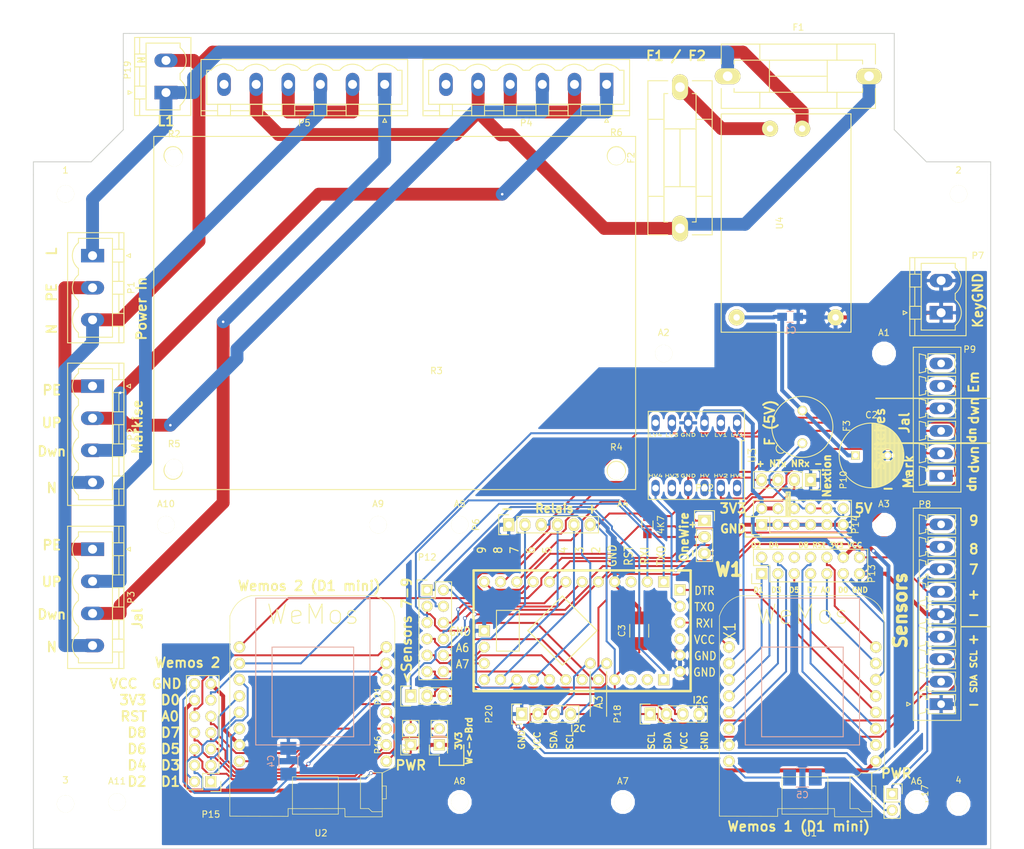
<source format=kicad_pcb>
(kicad_pcb (version 4) (host pcbnew 4.0.4+e1-6308~48~ubuntu16.04.1-stable)
  (layers (0 F.Cu signal) (31 B.Cu signal) (34 B.Paste user) (35 F.Paste user) (36 B.SilkS user) (37 F.SilkS user) (38 B.Mask user) (39 F.Mask user) (44 Edge.Cuts user))
  (net 0 "")
  (net 1 "Net-(P4-Pad6)")
  (net 2 "Net-(P6-Pad2)")
  (net 3 "Net-(P5-Pad6)")
  (net 4 "Net-(U1-Pad8)")
  (net 5 "Net-(U1-Pad13)")
  (net 6 GND)
  (net 7 L1)
  (net 8 PE)
  (net 9 N)
  (net 10 "Net-(X1-Pad3D)")
  (net 11 "Net-(X1-Pad2A)")
  (net 12 "Net-(X1-Pad3A)")
  (net 13 "Net-(X1-Pad4C)")
  (net 14 "Net-(P6-Pad3)")
  (net 15 "Net-(P6-Pad4)")
  (net 16 "Net-(P6-Pad5)")
  (net 17 "Net-(P9-Pad1)")
  (net 18 "Net-(P9-Pad2)")
  (net 19 "Net-(P9-Pad3)")
  (net 20 "Net-(P9-Pad4)")
  (net 21 "Net-(P9-Pad5)")
  (net 22 "Net-(P9-Pad6)")
  (net 23 "Net-(P10-Pad2)")
  (net 24 NextTX)
  (net 25 +3V3)
  (net 26 "Net-(P11-Pad2)")
  (net 27 "Net-(P12-Pad1)")
  (net 28 "Net-(P12-Pad3)")
  (net 29 "Net-(P12-Pad4)")
  (net 30 "Net-(P12-Pad5)")
  (net 31 "Net-(P12-Pad6)")
  (net 32 "Net-(P12-Pad7)")
  (net 33 "Net-(P12-Pad8)")
  (net 34 "Net-(P12-Pad9)")
  (net 35 "Net-(P12-Pad10)")
  (net 36 "Net-(P12-Pad11)")
  (net 37 "Net-(P12-Pad12)")
  (net 38 WeRX)
  (net 39 W2RX)
  (net 40 "Net-(U3-Pad12)")
  (net 41 "Net-(U3-Pad2)")
  (net 42 "Net-(U3-Pad10)")
  (net 43 "Net-(U3-Pad8)")
  (net 44 Ard-TX)
  (net 45 "Net-(U3-Pad6)")
  (net 46 WD1)
  (net 47 WD2)
  (net 48 WD3)
  (net 49 WD4)
  (net 50 WD5)
  (net 51 WD7)
  (net 52 WD8)
  (net 53 WA0)
  (net 54 WRst)
  (net 55 WD0)
  (net 56 D1)
  (net 57 D2)
  (net 58 D3)
  (net 59 D4)
  (net 60 D5)
  (net 61 D6)
  (net 62 D7)
  (net 63 D8)
  (net 64 A0)
  (net 65 Rst)
  (net 66 D0)
  (net 67 /230JalUp)
  (net 68 /230JalDwn)
  (net 69 /230MarkUp)
  (net 70 /230MarkDwn)
  (net 71 /230MRel)
  (net 72 /230JalRel)
  (net 73 "Net-(P16-Pad2)")
  (net 74 /L-Fused)
  (net 75 /LFused2)
  (net 76 /5v1)
  (net 77 "Net-(C5-Pad1)")
  (net 78 "Net-(C5-Pad2)")
  (net 79 "Net-(P13-Pad6)")
  (net 80 VCC)
  (net 81 SDA)
  (net 82 SCL)
  (net 83 "Net-(P21-Pad3)")
  (net 84 "Net-(P21-Pad2)")
  (net 85 "Net-(P21-Pad1)")
  (net 86 "Net-(4K7-Pad2)")
  (module Relais-Board-4x (layer F.Cu) (at 78.74 66.04)
    (fp_text reference R3 (at 4 6.5) (layer F.SilkS))
    (fp_text value Relais-Board-4x)
  )
  (module Mounting_Holes:MountingHole_2.7mm_M2.5 (layer F.Cu) (at 164 45)
    (fp_text reference 2 (at 0 -3.7) (layer F.SilkS))
    (fp_text value MountingHole_2.7mm_M2.5)
    (pad 1 np_thru_hole circle (at 0 0) (size 2.7 2.7) (drill 2.7) (layers *.Cu *.Mask F.SilkS))
  )
  (module Mounting_Holes:MountingHole_2.7mm_M2.5 (layer F.Cu) (at 25 45)
    (fp_text reference 1 (at 0 -3.7) (layer F.SilkS))
    (fp_text value MountingHole_2.7mm_M2.5)
    (pad 1 np_thru_hole circle (at 0 0) (size 2.7 2.7) (drill 2.7) (layers *.Cu *.Mask F.SilkS))
  )
  (module Mounting_Holes:MountingHole_2.7mm_M2.5 (layer F.Cu) (at 25 140)
    (fp_text reference 3 (at 0 -3.7) (layer F.SilkS))
    (fp_text value MountingHole_2.7mm_M2.5)
    (pad 1 np_thru_hole circle (at 0 0) (size 2.7 2.7) (drill 2.7) (layers *.Cu *.Mask F.SilkS))
  )
  (module Mounting_Holes:MountingHole_2.7mm_M2.5 (layer F.Cu) (at 164 140)
    (fp_text reference 4 (at 0 -3.7) (layer F.SilkS))
    (fp_text value MountingHole_2.7mm_M2.5)
    (pad 1 np_thru_hole circle (at 0 0) (size 2.7 2.7) (drill 2.7) (layers *.Cu *.Mask F.SilkS))
  )
  (module Mounting_Holes:MountingHole_2.7mm_M2.5 (layer F.Cu) (at 41.91 39.37)
    (fp_text reference R2 (at 0 -3.7) (layer F.SilkS))
    (fp_text value MountingHole_2.7mm_M2.5)
    (pad 1 np_thru_hole circle (at 0 0) (size 2.7 2.7) (drill 2.7) (layers *.Cu *.Mask F.SilkS))
  )
  (module Mounting_Holes:MountingHole_2.7mm_M2.5 (layer F.Cu) (at 41.91 87.63)
    (fp_text reference R5 (at 0 -3.7) (layer F.SilkS))
    (fp_text value MountingHole_2.7mm_M2.5)
    (pad 1 np_thru_hole circle (at 0 0) (size 2.7 2.7) (drill 2.7) (layers *.Cu *.Mask F.SilkS))
  )
  (module Mounting_Holes:MountingHole_2.7mm_M2.5 (layer F.Cu) (at 110.744 39.116)
    (fp_text reference R6 (at 0 -3.7) (layer F.SilkS))
    (fp_text value MountingHole_2.7mm_M2.5)
    (pad 1 np_thru_hole circle (at 0 0) (size 2.7 2.7) (drill 2.7) (layers *.Cu *.Mask F.SilkS))
  )
  (module Mounting_Holes:MountingHole_2.7mm_M2.5 (layer F.Cu) (at 110.744 88.138)
    (fp_text reference R4 (at 0 -3.7) (layer F.SilkS))
    (fp_text value MountingHole_2.7mm_M2.5)
    (pad 1 np_thru_hole circle (at 0 0) (size 2.7 2.7) (drill 2.7) (layers *.Cu *.Mask F.SilkS))
  )
  (module Connectors_Phoenix:PhoenixContact_MSTBVA-G_03x5.00mm_Vertical (layer F.Cu) (at 29.21 54.61 270)
    (fp_text reference P1 (at 5 -6 270) (layer F.SilkS))
    (fp_text value CONN_01X03)
    (pad 1 thru_hole rect (at 0 0 270) (size 2.1 3.6) (drill 1.4) (layers *.Cu *.Mask) (net 7 L1))
    (pad 2 thru_hole oval (at 5 0 270) (size 2.1 3.6) (drill 1.4) (layers *.Cu *.Mask) (net 8 PE))
    (pad 3 thru_hole oval (at 10 0 270) (size 2.1 3.6) (drill 1.4) (layers *.Cu *.Mask) (net 9 N))
  )
  (module Connectors_Phoenix:PhoenixContact_MSTBVA-G_04x5.00mm_Vertical (layer F.Cu) (at 29.21 74.93 270)
    (fp_text reference P2 (at 7.5 -6 270) (layer F.SilkS))
    (fp_text value CONN_01X04)
    (pad 1 thru_hole rect (at 0 0 270) (size 2.1 3.6) (drill 1.4) (layers *.Cu *.Mask) (net 8 PE))
    (pad 2 thru_hole oval (at 5 0 270) (size 2.1 3.6) (drill 1.4) (layers *.Cu *.Mask) (net 69 /230MarkUp))
    (pad 3 thru_hole oval (at 10 0 270) (size 2.1 3.6) (drill 1.4) (layers *.Cu *.Mask) (net 70 /230MarkDwn))
    (pad 4 thru_hole oval (at 15 0 270) (size 2.1 3.6) (drill 1.4) (layers *.Cu *.Mask) (net 9 N))
  )
  (module Connectors_Phoenix:PhoenixContact_MSTBVA-G_04x5.00mm_Vertical (layer F.Cu) (at 29.21 100.33 270)
    (fp_text reference P3 (at 7.5 -6 270) (layer F.SilkS))
    (fp_text value CONN_01X04)
    (pad 1 thru_hole rect (at 0 0 270) (size 2.1 3.6) (drill 1.4) (layers *.Cu *.Mask) (net 8 PE))
    (pad 2 thru_hole oval (at 5 0 270) (size 2.1 3.6) (drill 1.4) (layers *.Cu *.Mask) (net 67 /230JalUp))
    (pad 3 thru_hole oval (at 10 0 270) (size 2.1 3.6) (drill 1.4) (layers *.Cu *.Mask) (net 68 /230JalDwn))
    (pad 4 thru_hole oval (at 15 0 270) (size 2.1 3.6) (drill 1.4) (layers *.Cu *.Mask) (net 9 N))
  )
  (module Connectors_Phoenix:PhoenixContact_MSTBVA-G_06x5.00mm_Vertical (layer F.Cu) (at 109.22 27.94 180)
    (fp_text reference P4 (at 12.5 -6 180) (layer F.SilkS))
    (fp_text value CONN_01X06)
    (pad 1 thru_hole rect (at 0 0 180) (size 2.1 3.6) (drill 1.4) (layers *.Cu *.Mask) (net 70 /230MarkDwn))
    (pad 2 thru_hole oval (at 5 0 180) (size 2.1 3.6) (drill 1.4) (layers *.Cu *.Mask) (net 71 /230MRel))
    (pad 3 thru_hole oval (at 10 0 180) (size 2.1 3.6) (drill 1.4) (layers *.Cu *.Mask) (net 69 /230MarkUp))
    (pad 4 thru_hole oval (at 15 0 180) (size 2.1 3.6) (drill 1.4) (layers *.Cu *.Mask) (net 71 /230MRel))
    (pad 5 thru_hole oval (at 20 0 180) (size 2.1 3.6) (drill 1.4) (layers *.Cu *.Mask) (net 74 /L-Fused))
    (pad 6 thru_hole oval (at 25 0 180) (size 2.1 3.6) (drill 1.4) (layers *.Cu *.Mask) (net 1 "Net-(P4-Pad6)"))
  )
  (module Connectors_Phoenix:PhoenixContact_MSTBVA-G_06x5.00mm_Vertical (layer F.Cu) (at 74.676 27.94 180)
    (fp_text reference P5 (at 12.5 -6 180) (layer F.SilkS))
    (fp_text value CONN_01X06)
    (pad 1 thru_hole rect (at 0 0 180) (size 2.1 3.6) (drill 1.4) (layers *.Cu *.Mask) (net 68 /230JalDwn))
    (pad 2 thru_hole oval (at 5 0 180) (size 2.1 3.6) (drill 1.4) (layers *.Cu *.Mask) (net 72 /230JalRel))
    (pad 3 thru_hole oval (at 10 0 180) (size 2.1 3.6) (drill 1.4) (layers *.Cu *.Mask) (net 67 /230JalUp))
    (pad 4 thru_hole oval (at 15 0 180) (size 2.1 3.6) (drill 1.4) (layers *.Cu *.Mask) (net 72 /230JalRel))
    (pad 5 thru_hole oval (at 20 0 180) (size 2.1 3.6) (drill 1.4) (layers *.Cu *.Mask) (net 74 /L-Fused))
    (pad 6 thru_hole oval (at 25 0 180) (size 2.1 3.6) (drill 1.4) (layers *.Cu *.Mask) (net 3 "Net-(P5-Pad6)"))
  )
  (module Connectors_Phoenix:PhoenixContact_MSTBVA-G_02x5.00mm_Vertical (layer F.Cu) (at 161.29 63.5 90)
    (fp_text reference P7 (at 8.89 5.715 180) (layer F.SilkS))
    (fp_text value Key-GND)
    (pad 1 thru_hole rect (at 0 0 90) (size 2.1 3.6) (drill 1.4) (layers *.Cu *.Mask) (net 6 GND))
    (pad 2 thru_hole oval (at 5 0 90) (size 2.1 3.6) (drill 1.4) (layers *.Cu *.Mask) (net 6 GND))
  )
  (module Connectors_Phoenix:PhoenixContact_MCV-G_09x3.50mm_Vertical (layer F.Cu) (at 161.29 124.46 90)
    (fp_text reference P8 (at 31.115 -2.54 180) (layer F.SilkS))
    (fp_text value Sensors)
    (pad 1 thru_hole rect (at 0 0 90) (size 1.8 3.6) (drill 1.2) (layers *.Cu *.Mask) (net 6 GND))
    (pad 2 thru_hole oval (at 3.5 0 90) (size 1.8 3.6) (drill 1.2) (layers *.Cu *.Mask) (net 81 SDA))
    (pad 3 thru_hole oval (at 7 0 90) (size 1.8 3.6) (drill 1.2) (layers *.Cu *.Mask) (net 82 SCL))
    (pad 4 thru_hole oval (at 10.5 0 90) (size 1.8 3.6) (drill 1.2) (layers *.Cu *.Mask) (net 80 VCC))
    (pad 5 thru_hole oval (at 14 0 90) (size 1.8 3.6) (drill 1.2) (layers *.Cu *.Mask) (net 6 GND))
    (pad 6 thru_hole oval (at 17.5 0 90) (size 1.8 3.6) (drill 1.2) (layers *.Cu *.Mask) (net 80 VCC))
    (pad 7 thru_hole oval (at 21 0 90) (size 1.8 3.6) (drill 1.2) (layers *.Cu *.Mask) (net 83 "Net-(P21-Pad3)"))
    (pad 8 thru_hole oval (at 24.5 0 90) (size 1.8 3.6) (drill 1.2) (layers *.Cu *.Mask) (net 84 "Net-(P21-Pad2)"))
    (pad 9 thru_hole oval (at 28 0 90) (size 1.8 3.6) (drill 1.2) (layers *.Cu *.Mask) (net 85 "Net-(P21-Pad1)"))
  )
  (module 1-Martin:Arduino_Pro_Mini (layer F.Cu) (at 105.41 113.03 270)
    (fp_text reference X1 (at 0.127 -22.987 270) (layer F.SilkS) (effects (font (size 1.778 1.524) (thickness 0.2032))))
    (fp_text value Arduino_Pro_Mini)
    (fp_text user "  9" (at -11.684 15.621 270) (layer F.SilkS) (effects (font (size 1.27 1.143) (thickness 0.1905))))
    (fp_text user "  8" (at -11.684 13.081 270) (layer F.SilkS) (effects (font (size 1.27 1.143) (thickness 0.1905))))
    (fp_text user "  7" (at -11.684 10.541 270) (layer F.SilkS) (effects (font (size 1.27 1.143) (thickness 0.1905))))
    (fp_text user "  6" (at -11.684 8.001 270) (layer F.SilkS) (effects (font (size 1.27 1.143) (thickness 0.1905))))
    (fp_text user "  5" (at -11.684 5.461 270) (layer F.SilkS) (effects (font (size 1.27 1.143) (thickness 0.1905))))
    (fp_text user "  4" (at -11.684 2.921 270) (layer F.SilkS) (effects (font (size 1.27 1.143) (thickness 0.1905))))
    (fp_text user TXO (at -11.684 -12.319 270) (layer F.SilkS) (effects (font (size 1.27 1.143) (thickness 0.1905))))
    (fp_text user RXI (at -11.684 -9.779 270) (layer F.SilkS) (effects (font (size 1.27 1.143) (thickness 0.1905))))
    (fp_text user RST (at -11.684 -7.239 270) (layer F.SilkS) (effects (font (size 1.27 1.143) (thickness 0.1905))))
    (fp_text user GND (at -11.684 -4.699 270) (layer F.SilkS) (effects (font (size 1.27 1.143) (thickness 0.1905))))
    (fp_text user "  2" (at -11.684 -2.159 270) (layer F.SilkS) (effects (font (size 1.27 1.143) (thickness 0.1905))))
    (fp_text user "  3" (at -11.684 0.381 270) (layer F.SilkS) (effects (font (size 1.27 1.143) (thickness 0.1905))))
    (fp_text user " A3" (at 11.557 -2.54 270) (layer F.SilkS) (effects (font (size 1.27 1.143) (thickness 0.1905))))
    (fp_text user " A7" (at 5.207 19.05 360) (layer F.SilkS) (effects (font (size 1.27 1.143) (thickness 0.1905))))
    (fp_text user " A6" (at 2.667 19.05 360) (layer F.SilkS) (effects (font (size 1.27 1.143) (thickness 0.1905))))
    (fp_text user GND (at 0.127 19.05 360) (layer F.SilkS) (effects (font (size 1.27 1.143) (thickness 0.1905))))
    (fp_text user GND (at 6.477 -19.05 360) (layer F.SilkS) (effects (font (size 1.27 1.143) (thickness 0.1905))))
    (fp_text user GND (at 3.937 -19.177 360) (layer F.SilkS) (effects (font (size 1.27 1.143) (thickness 0.1905))))
    (fp_text user VCC (at 1.397 -19.05 360) (layer F.SilkS) (effects (font (size 1.27 1.143) (thickness 0.1905))))
    (fp_text user RXI (at -1.143 -19.05 360) (layer F.SilkS) (effects (font (size 1.27 1.143) (thickness 0.1905))))
    (fp_text user TXO (at -3.683 -19.05 360) (layer F.SilkS) (effects (font (size 1.27 1.143) (thickness 0.1905))))
    (fp_text user DTR (at -6.223 -19.05 360) (layer F.SilkS) (effects (font (size 1.27 1.143) (thickness 0.1778))))
    (pad 4B thru_hole circle (at 5.08 -1.27 270) (size 1.7272 1.7272) (drill 1.016) (layers *.Cu *.Mask F.SilkS) (net 81 SDA))
    (pad 5B thru_hole circle (at 5.08 -3.81 270) (size 1.7272 1.7272) (drill 1.016) (layers *.Cu *.Mask F.SilkS) (net 82 SCL))
    (pad 12D thru_hole circle (at -7.62 15.24 270) (size 1.7272 1.7272) (drill 1.016) (layers *.Cu *.Mask F.SilkS) (net 18 "Net-(P9-Pad2)"))
    (pad 11D thru_hole circle (at -7.62 12.7 270) (size 1.7272 1.7272) (drill 1.016) (layers *.Cu *.Mask F.SilkS) (net 17 "Net-(P9-Pad1)"))
    (pad 9D thru_hole circle (at -7.62 7.62 270) (size 1.7272 1.7272) (drill 1.016) (layers *.Cu *.Mask F.SilkS) (net 20 "Net-(P9-Pad4)"))
    (pad 10D thru_hole circle (at -7.62 10.16 270) (size 1.7272 1.7272) (drill 1.016) (layers *.Cu *.Mask F.SilkS) (net 19 "Net-(P9-Pad3)"))
    (pad 6D thru_hole circle (at -7.62 0 270) (size 1.7272 1.7272) (drill 1.016) (layers *.Cu *.Mask F.SilkS) (net 31 "Net-(P12-Pad6)"))
    (pad 5D thru_hole circle (at -7.62 -2.54 270) (size 1.7272 1.7272) (drill 1.016) (layers *.Cu *.Mask F.SilkS) (net 86 "Net-(4K7-Pad2)"))
    (pad 7D thru_hole circle (at -7.62 2.54 270) (size 1.7272 1.7272) (drill 1.016) (layers *.Cu *.Mask F.SilkS) (net 33 "Net-(P12-Pad8)"))
    (pad 8D thru_hole circle (at -7.62 5.08 270) (size 1.7272 1.7272) (drill 1.016) (layers *.Cu *.Mask F.SilkS) (net 21 "Net-(P9-Pad5)"))
    (pad 4D thru_hole circle (at -7.62 -5.08 270) (size 1.7272 1.7272) (drill 1.016) (layers *.Cu *.Mask F.SilkS) (net 6 GND))
    (pad 3D thru_hole circle (at -7.62 -7.62 270) (size 1.7272 1.7272) (drill 1.016) (layers *.Cu *.Mask F.SilkS) (net 10 "Net-(X1-Pad3D)"))
    (pad 1D thru_hole rect (at -7.62 -12.7 270) (size 1.7272 1.7272) (drill 1.016) (layers *.Cu *.Mask F.SilkS) (net 30 "Net-(P12-Pad5)"))
    (pad 2D thru_hole circle (at -7.62 -10.16 270) (size 1.7272 1.7272) (drill 1.016) (layers *.Cu *.Mask F.SilkS) (net 29 "Net-(P12-Pad4)"))
    (pad 2A thru_hole circle (at 7.62 -10.16 270) (size 1.7272 1.7272) (drill 1.016) (layers *.Cu *.Mask F.SilkS) (net 11 "Net-(X1-Pad2A)"))
    (pad 1A thru_hole rect (at 7.62 -12.7 270) (size 1.7272 1.7272) (drill 1.016) (layers *.Cu *.Mask F.SilkS) (net 27 "Net-(P12-Pad1)"))
    (pad 3A thru_hole circle (at 7.62 -7.62 270) (size 1.7272 1.7272) (drill 1.016) (layers *.Cu *.Mask F.SilkS) (net 12 "Net-(X1-Pad3A)"))
    (pad 4A thru_hole circle (at 7.62 -5.08 270) (size 1.7272 1.7272) (drill 1.016) (layers *.Cu *.Mask F.SilkS) (net 80 VCC))
    (pad 8A thru_hole circle (at 7.62 5.08 270) (size 1.7272 1.7272) (drill 1.016) (layers *.Cu *.Mask F.SilkS) (net 36 "Net-(P12-Pad11)"))
    (pad 7A thru_hole circle (at 7.62 2.54 270) (size 1.7272 1.7272) (drill 1.016) (layers *.Cu *.Mask F.SilkS) (net 34 "Net-(P12-Pad9)"))
    (pad 5A thru_hole circle (at 7.62 -2.54 270) (size 1.7272 1.7272) (drill 1.016) (layers *.Cu *.Mask F.SilkS) (net 28 "Net-(P12-Pad3)"))
    (pad 6A thru_hole circle (at 7.62 0 270) (size 1.7272 1.7272) (drill 1.016) (layers *.Cu *.Mask F.SilkS) (net 32 "Net-(P12-Pad7)"))
    (pad 10A thru_hole circle (at 7.62 10.16 270) (size 1.7272 1.7272) (drill 1.016) (layers *.Cu *.Mask F.SilkS) (net 2 "Net-(P6-Pad2)"))
    (pad 9A thru_hole circle (at 7.62 7.62 270) (size 1.7272 1.7272) (drill 1.016) (layers *.Cu *.Mask F.SilkS) (net 14 "Net-(P6-Pad3)"))
    (pad 11A thru_hole circle (at 7.62 12.7 270) (size 1.7272 1.7272) (drill 1.016) (layers *.Cu *.Mask F.SilkS) (net 16 "Net-(P6-Pad5)"))
    (pad 1C thru_hole rect (at -6.35 -15.24 270) (size 1.7272 1.7272) (drill 1.016) (layers *.Cu *.Mask F.SilkS) (net 5 "Net-(U1-Pad13)"))
    (pad 2C thru_hole circle (at -3.81 -15.24 270) (size 1.7272 1.7272) (drill 1.016) (layers *.Cu *.Mask F.SilkS) (net 44 Ard-TX))
    (pad 3C thru_hole circle (at -1.27 -15.24 270) (size 1.7272 1.7272) (drill 1.016) (layers *.Cu *.Mask F.SilkS) (net 4 "Net-(U1-Pad8)"))
    (pad 4C thru_hole circle (at 1.27 -15.24 270) (size 1.7272 1.7272) (drill 1.016) (layers *.Cu *.Mask F.SilkS) (net 13 "Net-(X1-Pad4C)"))
    (pad 5C thru_hole circle (at 3.81 -15.24 270) (size 1.7272 1.7272) (drill 1.016) (layers *.Cu *.Mask F.SilkS) (net 6 GND))
    (pad 6C thru_hole circle (at 6.35 -15.24 270) (size 1.7272 1.7272) (drill 1.016) (layers *.Cu *.Mask F.SilkS) (net 6 GND))
    (pad 1B thru_hole rect (at 0 15.24 270) (size 1.7272 1.7272) (drill 1.016) (layers *.Cu *.Mask F.SilkS) (net 6 GND))
    (pad 2B thru_hole circle (at 2.54 15.24 270) (size 1.7272 1.7272) (drill 1.016) (layers *.Cu *.Mask F.SilkS) (net 35 "Net-(P12-Pad10)"))
    (pad 3B thru_hole circle (at 5.08 15.24 270) (size 1.7272 1.7272) (drill 1.016) (layers *.Cu *.Mask F.SilkS) (net 37 "Net-(P12-Pad12)"))
    (pad 12A thru_hole circle (at 7.62 15.24 270) (size 1.7272 1.7272) (drill 1.016) (layers *.Cu *.Mask F.SilkS) (net 15 "Net-(P6-Pad4)"))
  )
  (module Connectors_Phoenix:PhoenixContact_MCV-G_06x3.50mm_Vertical (layer F.Cu) (at 161.29 88.9 90)
    (fp_text reference P9 (at 19.685 4.445 180) (layer F.SilkS))
    (fp_text value Keys)
    (pad 1 thru_hole rect (at 0 0 90) (size 1.8 3.6) (drill 1.2) (layers *.Cu *.Mask) (net 17 "Net-(P9-Pad1)"))
    (pad 2 thru_hole oval (at 3.5 0 90) (size 1.8 3.6) (drill 1.2) (layers *.Cu *.Mask) (net 18 "Net-(P9-Pad2)"))
    (pad 3 thru_hole oval (at 7 0 90) (size 1.8 3.6) (drill 1.2) (layers *.Cu *.Mask) (net 19 "Net-(P9-Pad3)"))
    (pad 4 thru_hole oval (at 10.5 0 90) (size 1.8 3.6) (drill 1.2) (layers *.Cu *.Mask) (net 20 "Net-(P9-Pad4)"))
    (pad 5 thru_hole oval (at 14 0 90) (size 1.8 3.6) (drill 1.2) (layers *.Cu *.Mask) (net 21 "Net-(P9-Pad5)"))
    (pad 6 thru_hole oval (at 17.5 0 90) (size 1.8 3.6) (drill 1.2) (layers *.Cu *.Mask) (net 22 "Net-(P9-Pad6)"))
  )
  (module Pin_Headers:Pin_Header_Straight_1x04 (layer F.Cu) (at 140.97 89.535 270)
    (fp_text reference P10 (at 0 -5.1 270) (layer F.SilkS))
    (fp_text value Nextion)
    (pad 1 thru_hole rect (at 0 0 270) (size 2.032 1.7272) (drill 1.016) (layers *.Cu *.Mask F.SilkS) (net 6 GND))
    (pad 2 thru_hole oval (at 0 2.54 270) (size 2.032 1.7272) (drill 1.016) (layers *.Cu *.Mask F.SilkS) (net 23 "Net-(P10-Pad2)"))
    (pad 3 thru_hole oval (at 0 5.08 270) (size 2.032 1.7272) (drill 1.016) (layers *.Cu *.Mask F.SilkS) (net 24 NextTX))
    (pad 4 thru_hole oval (at 0 7.62 270) (size 2.032 1.7272) (drill 1.016) (layers *.Cu *.Mask F.SilkS) (net 80 VCC))
  )
  (module Pin_Headers:Pin_Header_Straight_2x01 (layer F.Cu) (at 83.185 130.81 90)
    (fp_text reference P11 (at 0 -5.1 90) (layer F.SilkS))
    (fp_text value CONN_01X02)
    (pad 1 thru_hole rect (at 0 0 90) (size 1.7272 1.7272) (drill 1.016) (layers *.Cu *.Mask F.SilkS) (net 25 +3V3))
    (pad 2 thru_hole oval (at 2.54 0 90) (size 1.7272 1.7272) (drill 1.016) (layers *.Cu *.Mask F.SilkS) (net 26 "Net-(P11-Pad2)"))
  )
  (module Pin_Headers:Pin_Header_Straight_2x06 (layer F.Cu) (at 81.28 106.68)
    (fp_text reference P12 (at 0 -5.1) (layer F.SilkS))
    (fp_text value Ard-Opt)
    (pad 1 thru_hole rect (at 0 0) (size 1.7272 1.7272) (drill 1.016) (layers *.Cu *.Mask F.SilkS) (net 27 "Net-(P12-Pad1)"))
    (pad 2 thru_hole oval (at 2.54 0) (size 1.7272 1.7272) (drill 1.016) (layers *.Cu *.Mask F.SilkS) (net 86 "Net-(4K7-Pad2)"))
    (pad 3 thru_hole oval (at 0 2.54) (size 1.7272 1.7272) (drill 1.016) (layers *.Cu *.Mask F.SilkS) (net 28 "Net-(P12-Pad3)"))
    (pad 4 thru_hole oval (at 2.54 2.54) (size 1.7272 1.7272) (drill 1.016) (layers *.Cu *.Mask F.SilkS) (net 29 "Net-(P12-Pad4)"))
    (pad 5 thru_hole oval (at 0 5.08) (size 1.7272 1.7272) (drill 1.016) (layers *.Cu *.Mask F.SilkS) (net 30 "Net-(P12-Pad5)"))
    (pad 6 thru_hole oval (at 2.54 5.08) (size 1.7272 1.7272) (drill 1.016) (layers *.Cu *.Mask F.SilkS) (net 31 "Net-(P12-Pad6)"))
    (pad 7 thru_hole oval (at 0 7.62) (size 1.7272 1.7272) (drill 1.016) (layers *.Cu *.Mask F.SilkS) (net 32 "Net-(P12-Pad7)"))
    (pad 8 thru_hole oval (at 2.54 7.62) (size 1.7272 1.7272) (drill 1.016) (layers *.Cu *.Mask F.SilkS) (net 33 "Net-(P12-Pad8)"))
    (pad 9 thru_hole oval (at 0 10.16) (size 1.7272 1.7272) (drill 1.016) (layers *.Cu *.Mask F.SilkS) (net 34 "Net-(P12-Pad9)"))
    (pad 10 thru_hole oval (at 2.54 10.16) (size 1.7272 1.7272) (drill 1.016) (layers *.Cu *.Mask F.SilkS) (net 35 "Net-(P12-Pad10)"))
    (pad 11 thru_hole oval (at 0 12.7) (size 1.7272 1.7272) (drill 1.016) (layers *.Cu *.Mask F.SilkS) (net 36 "Net-(P12-Pad11)"))
    (pad 12 thru_hole oval (at 2.54 12.7) (size 1.7272 1.7272) (drill 1.016) (layers *.Cu *.Mask F.SilkS) (net 37 "Net-(P12-Pad12)"))
  )
  (module wemos_d1_mini:D1_mini_board (layer F.Cu) (at 63.5 125.73)
    (fp_text reference U2 (at 1.27 18.81) (layer F.SilkS))
    (fp_text value WeMos_2)
    (fp_text user WeMos (at 0 -15.24) (layer F.SilkS) (effects (font (size 3 3))))
    (pad 8 thru_hole circle (at -11.43 -10.16) (size 1.8 1.8) (drill 1.016) (layers *.Cu *.Mask F.SilkS) (net 23 "Net-(P10-Pad2)"))
    (pad 7 thru_hole circle (at -11.43 -7.62) (size 1.8 1.8) (drill 1.016) (layers *.Cu *.Mask F.SilkS) (net 39 W2RX))
    (pad 6 thru_hole circle (at -11.43 -5.08) (size 1.8 1.8) (drill 1.016) (layers *.Cu *.Mask F.SilkS) (net 56 D1))
    (pad 5 thru_hole circle (at -11.43 -2.54) (size 1.8 1.8) (drill 1.016) (layers *.Cu *.Mask F.SilkS) (net 57 D2))
    (pad 4 thru_hole circle (at -11.43 0) (size 1.8 1.8) (drill 1.016) (layers *.Cu *.Mask F.SilkS) (net 58 D3))
    (pad 3 thru_hole circle (at -11.43 2.54) (size 1.8 1.8) (drill 1.016) (layers *.Cu *.Mask F.SilkS) (net 59 D4))
    (pad 2 thru_hole circle (at -11.43 5.08) (size 1.8 1.8) (drill 1.016) (layers *.Cu *.Mask F.SilkS) (net 6 GND))
    (pad 1 thru_hole circle (at -11.43 7.62) (size 1.8 1.8) (drill 1.016) (layers *.Cu *.Mask F.SilkS) (net 73 "Net-(P16-Pad2)"))
    (pad 16 thru_hole circle (at 11.43 7.62) (size 1.8 1.8) (drill 1.016) (layers *.Cu *.Mask F.SilkS) (net 26 "Net-(P11-Pad2)"))
    (pad 15 thru_hole circle (at 11.43 5.08) (size 1.8 1.8) (drill 1.016) (layers *.Cu *.Mask F.SilkS) (net 63 D8))
    (pad 14 thru_hole circle (at 11.43 2.54) (size 1.8 1.8) (drill 1.016) (layers *.Cu *.Mask F.SilkS) (net 62 D7))
    (pad 13 thru_hole circle (at 11.43 0) (size 1.8 1.8) (drill 1.016) (layers *.Cu *.Mask F.SilkS) (net 61 D6))
    (pad 12 thru_hole circle (at 11.43 -2.54) (size 1.8 1.8) (drill 1.016) (layers *.Cu *.Mask F.SilkS) (net 60 D5))
    (pad 11 thru_hole circle (at 11.43 -5.08) (size 1.8 1.8) (drill 1.016) (layers *.Cu *.Mask F.SilkS) (net 66 D0))
    (pad 10 thru_hole circle (at 11.43 -7.62) (size 1.8 1.8) (drill 1.016) (layers *.Cu *.Mask F.SilkS) (net 64 A0))
    (pad 9 thru_hole circle (at 11.43 -10.16) (size 1.8 1.8) (drill 1.016) (layers *.Cu *.Mask F.SilkS) (net 65 Rst))
  )
  (module 1-MartinLib:Level-Shifter (layer F.Cu) (at 123.19 85.725 180)
    (fp_text reference U3 (at -8.685 0 270) (layer F.SilkS) (effects (font (size 1.2 1.2))))
    (fp_text value LevelShifter)
    (fp_text user HV4 (at 6.35 -3.175 180) (layer F.SilkS) (effects (font (size 0.5 0.8) (thickness 0.125))))
    (fp_text user HV3 (at 3.81 -3.175 180) (layer F.SilkS) (effects (font (size 0.5 0.8) (thickness 0.125))))
    (fp_text user HV2 (at -3.81 -3.175 180) (layer F.SilkS) (effects (font (size 0.5 0.8) (thickness 0.125))))
    (fp_text user HV1 (at -6.35 -3.175 180) (layer F.SilkS) (effects (font (size 0.5 0.8) (thickness 0.125))))
    (fp_text user HV (at -1.27 -3.175 180) (layer F.SilkS) (effects (font (size 0.5 0.8) (thickness 0.125))))
    (fp_text user GND (at 1.27 -3.175 180) (layer F.SilkS) (effects (font (size 0.5 0.8) (thickness 0.125))))
    (fp_text user GND (at 1.27 3.175 180) (layer F.SilkS) (effects (font (size 0.5 0.8) (thickness 0.125))))
    (fp_text user LV4 (at 6.35 3.175 180) (layer F.SilkS) (effects (font (size 0.5 0.8) (thickness 0.125))))
    (fp_text user LV3 (at 3.81 3.175 180) (layer F.SilkS) (effects (font (size 0.5 0.8) (thickness 0.125))))
    (fp_text user LV (at -1.27 3.175 180) (layer F.SilkS) (effects (font (size 0.5 0.8) (thickness 0.125))))
    (fp_text user LV1 (at -3.81 3.175 180) (layer F.SilkS) (effects (font (size 0.5 0.8) (thickness 0.125))))
    (fp_text user LV1 (at -6.35 3.175 180) (layer F.SilkS) (effects (font (size 0.5 0.8) (thickness 0.125))))
    (pad 12 thru_hole oval (at -6.35 -5.08 180) (size 1.27 2.54) (drill 1.016) (layers *.Cu *.Mask) (net 40 "Net-(U3-Pad12)"))
    (pad 1 thru_hole oval (at -6.35 5.08 180) (size 1.27 2.54) (drill 1.016) (layers *.Cu *.Mask) (net 38 WeRX))
    (pad 11 thru_hole oval (at -3.81 -5.08 180) (size 1.27 2.54) (drill 1.016) (layers *.Cu *.Mask) (net 24 NextTX))
    (pad 2 thru_hole oval (at -3.81 5.08 180) (size 1.27 2.54) (drill 1.016) (layers *.Cu *.Mask) (net 41 "Net-(U3-Pad2)"))
    (pad 10 thru_hole oval (at -1.27 -5.08 180) (size 1.27 2.54) (drill 1.016) (layers *.Cu *.Mask) (net 42 "Net-(U3-Pad10)"))
    (pad 3 thru_hole oval (at -1.27 5.08 180) (size 1.27 2.54) (drill 1.016) (layers *.Cu *.Mask) (net 25 +3V3))
    (pad 9 thru_hole oval (at 1.27 -5.08 180) (size 1.27 2.54) (drill 1.016) (layers *.Cu *.Mask) (net 80 VCC))
    (pad 4 thru_hole oval (at 1.27 5.08 180) (size 1.27 2.54) (drill 1.016) (layers *.Cu *.Mask) (net 6 GND))
    (pad 8 thru_hole oval (at 3.81 -5.08 180) (size 1.27 2.54) (drill 1.016) (layers *.Cu *.Mask) (net 43 "Net-(U3-Pad8)"))
    (pad 5 thru_hole oval (at 3.81 5.08 180) (size 1.27 2.54) (drill 1.016) (layers *.Cu *.Mask) (net 39 W2RX))
    (pad 7 thru_hole oval (at 6.35 -5.08 180) (size 1.27 2.54) (drill 1.016) (layers *.Cu *.Mask) (net 44 Ard-TX))
    (pad 6 thru_hole oval (at 6.35 5.08 180) (size 1.27 2.54) (drill 1.016) (layers *.Cu *.Mask) (net 45 "Net-(U3-Pad6)"))
  )
  (module Pin_Headers:Pin_Header_Straight_2x06 (layer F.Cu) (at 133.35 96.52 90)
    (fp_text reference P14 (at 0 14.605 90) (layer F.SilkS))
    (fp_text value PWR)
    (pad 1 thru_hole rect (at 0 0 90) (size 1.7272 1.7272) (drill 1.016) (layers *.Cu *.Mask F.SilkS) (net 6 GND))
    (pad 2 thru_hole oval (at 2.54 0 90) (size 1.7272 1.7272) (drill 1.016) (layers *.Cu *.Mask F.SilkS) (net 25 +3V3))
    (pad 3 thru_hole oval (at 0 2.54 90) (size 1.7272 1.7272) (drill 1.016) (layers *.Cu *.Mask F.SilkS) (net 6 GND))
    (pad 4 thru_hole oval (at 2.54 2.54 90) (size 1.7272 1.7272) (drill 1.016) (layers *.Cu *.Mask F.SilkS) (net 25 +3V3))
    (pad 5 thru_hole oval (at 0 5.08 90) (size 1.7272 1.7272) (drill 1.016) (layers *.Cu *.Mask F.SilkS) (net 6 GND))
    (pad 6 thru_hole oval (at 2.54 5.08 90) (size 1.7272 1.7272) (drill 1.016) (layers *.Cu *.Mask F.SilkS) (net 80 VCC))
    (pad 7 thru_hole oval (at 0 7.62 90) (size 1.7272 1.7272) (drill 1.016) (layers *.Cu *.Mask F.SilkS) (net 6 GND))
    (pad 8 thru_hole oval (at 2.54 7.62 90) (size 1.7272 1.7272) (drill 1.016) (layers *.Cu *.Mask F.SilkS) (net 80 VCC))
    (pad 9 thru_hole oval (at 0 10.16 90) (size 1.7272 1.7272) (drill 1.016) (layers *.Cu *.Mask F.SilkS) (net 6 GND))
    (pad 10 thru_hole oval (at 2.54 10.16 90) (size 1.7272 1.7272) (drill 1.016) (layers *.Cu *.Mask F.SilkS) (net 80 VCC))
    (pad 11 thru_hole oval (at 0 12.7 90) (size 1.7272 1.7272) (drill 1.016) (layers *.Cu *.Mask F.SilkS) (net 6 GND))
    (pad 12 thru_hole oval (at 2.54 12.7 90) (size 1.7272 1.7272) (drill 1.016) (layers *.Cu *.Mask F.SilkS) (net 80 VCC))
  )
  (module Pin_Headers:Pin_Header_Straight_2x07 (layer F.Cu) (at 133.35 104.14 90)
    (fp_text reference P13 (at 0 17.145 90) (layer F.SilkS))
    (fp_text value Wemos)
    (pad 1 thru_hole rect (at 0 0 90) (size 1.7272 1.7272) (drill 1.016) (layers *.Cu *.Mask F.SilkS) (net 46 WD1))
    (pad 2 thru_hole oval (at 2.54 0 90) (size 1.7272 1.7272) (drill 1.016) (layers *.Cu *.Mask F.SilkS) (net 47 WD2))
    (pad 3 thru_hole oval (at 0 2.54 90) (size 1.7272 1.7272) (drill 1.016) (layers *.Cu *.Mask F.SilkS) (net 48 WD3))
    (pad 4 thru_hole oval (at 2.54 2.54 90) (size 1.7272 1.7272) (drill 1.016) (layers *.Cu *.Mask F.SilkS) (net 49 WD4))
    (pad 5 thru_hole oval (at 0 5.08 90) (size 1.7272 1.7272) (drill 1.016) (layers *.Cu *.Mask F.SilkS) (net 50 WD5))
    (pad 6 thru_hole oval (at 2.54 5.08 90) (size 1.7272 1.7272) (drill 1.016) (layers *.Cu *.Mask F.SilkS) (net 79 "Net-(P13-Pad6)"))
    (pad 7 thru_hole oval (at 0 7.62 90) (size 1.7272 1.7272) (drill 1.016) (layers *.Cu *.Mask F.SilkS) (net 51 WD7))
    (pad 8 thru_hole oval (at 2.54 7.62 90) (size 1.7272 1.7272) (drill 1.016) (layers *.Cu *.Mask F.SilkS) (net 52 WD8))
    (pad 9 thru_hole oval (at 0 10.16 90) (size 1.7272 1.7272) (drill 1.016) (layers *.Cu *.Mask F.SilkS) (net 53 WA0))
    (pad 10 thru_hole oval (at 2.54 10.16 90) (size 1.7272 1.7272) (drill 1.016) (layers *.Cu *.Mask F.SilkS) (net 54 WRst))
    (pad 11 thru_hole oval (at 0 12.7 90) (size 1.7272 1.7272) (drill 1.016) (layers *.Cu *.Mask F.SilkS) (net 55 WD0))
    (pad 12 thru_hole oval (at 2.54 12.7 90) (size 1.7272 1.7272) (drill 1.016) (layers *.Cu *.Mask F.SilkS) (net 25 +3V3))
    (pad 13 thru_hole oval (at 0 15.24 90) (size 1.7272 1.7272) (drill 1.016) (layers *.Cu *.Mask F.SilkS) (net 6 GND))
    (pad 14 thru_hole oval (at 2.54 15.24 90) (size 1.7272 1.7272) (drill 1.016) (layers *.Cu *.Mask F.SilkS) (net 80 VCC))
  )
  (module Pin_Headers:Pin_Header_Straight_2x07 (layer F.Cu) (at 47.625 136.525 180)
    (fp_text reference P15 (at 0 -5.1 180) (layer F.SilkS))
    (fp_text value W2)
    (pad 1 thru_hole rect (at 0 0 180) (size 1.7272 1.7272) (drill 1.016) (layers *.Cu *.Mask F.SilkS) (net 56 D1))
    (pad 2 thru_hole oval (at 2.54 0 180) (size 1.7272 1.7272) (drill 1.016) (layers *.Cu *.Mask F.SilkS) (net 57 D2))
    (pad 3 thru_hole oval (at 0 2.54 180) (size 1.7272 1.7272) (drill 1.016) (layers *.Cu *.Mask F.SilkS) (net 58 D3))
    (pad 4 thru_hole oval (at 2.54 2.54 180) (size 1.7272 1.7272) (drill 1.016) (layers *.Cu *.Mask F.SilkS) (net 59 D4))
    (pad 5 thru_hole oval (at 0 5.08 180) (size 1.7272 1.7272) (drill 1.016) (layers *.Cu *.Mask F.SilkS) (net 60 D5))
    (pad 6 thru_hole oval (at 2.54 5.08 180) (size 1.7272 1.7272) (drill 1.016) (layers *.Cu *.Mask F.SilkS) (net 61 D6))
    (pad 7 thru_hole oval (at 0 7.62 180) (size 1.7272 1.7272) (drill 1.016) (layers *.Cu *.Mask F.SilkS) (net 62 D7))
    (pad 8 thru_hole oval (at 2.54 7.62 180) (size 1.7272 1.7272) (drill 1.016) (layers *.Cu *.Mask F.SilkS) (net 63 D8))
    (pad 9 thru_hole oval (at 0 10.16 180) (size 1.7272 1.7272) (drill 1.016) (layers *.Cu *.Mask F.SilkS) (net 64 A0))
    (pad 10 thru_hole oval (at 2.54 10.16 180) (size 1.7272 1.7272) (drill 1.016) (layers *.Cu *.Mask F.SilkS) (net 65 Rst))
    (pad 11 thru_hole oval (at 0 12.7 180) (size 1.7272 1.7272) (drill 1.016) (layers *.Cu *.Mask F.SilkS) (net 66 D0))
    (pad 12 thru_hole oval (at 2.54 12.7 180) (size 1.7272 1.7272) (drill 1.016) (layers *.Cu *.Mask F.SilkS) (net 25 +3V3))
    (pad 13 thru_hole oval (at 0 15.24 180) (size 1.7272 1.7272) (drill 1.016) (layers *.Cu *.Mask F.SilkS) (net 6 GND))
    (pad 14 thru_hole oval (at 2.54 15.24 180) (size 1.7272 1.7272) (drill 1.016) (layers *.Cu *.Mask F.SilkS) (net 80 VCC))
  )
  (module Pin_Headers:Pin_Header_Straight_1x06 (layer F.Cu) (at 93.98 96.52 90)
    (fp_text reference P6 (at 0 -5.1 90) (layer F.SilkS))
    (fp_text value Relais-Out)
    (pad 1 thru_hole rect (at 0 0 90) (size 2.032 1.7272) (drill 1.016) (layers *.Cu *.Mask F.SilkS) (net 6 GND))
    (pad 2 thru_hole oval (at 0 2.54 90) (size 2.032 1.7272) (drill 1.016) (layers *.Cu *.Mask F.SilkS) (net 2 "Net-(P6-Pad2)"))
    (pad 3 thru_hole oval (at 0 5.08 90) (size 2.032 1.7272) (drill 1.016) (layers *.Cu *.Mask F.SilkS) (net 14 "Net-(P6-Pad3)"))
    (pad 4 thru_hole oval (at 0 7.62 90) (size 2.032 1.7272) (drill 1.016) (layers *.Cu *.Mask F.SilkS) (net 15 "Net-(P6-Pad4)"))
    (pad 5 thru_hole oval (at 0 10.16 90) (size 2.032 1.7272) (drill 1.016) (layers *.Cu *.Mask F.SilkS) (net 16 "Net-(P6-Pad5)"))
    (pad 6 thru_hole oval (at 0 12.7 90) (size 2.032 1.7272) (drill 1.016) (layers *.Cu *.Mask F.SilkS) (net 80 VCC))
  )
  (module Pin_Headers:Pin_Header_Straight_2x01 (layer F.Cu) (at 78.74 130.81 90)
    (fp_text reference P16 (at 0 -5.1 90) (layer F.SilkS))
    (fp_text value PWRWemos2)
    (pad 1 thru_hole rect (at 0 0 90) (size 1.7272 1.7272) (drill 1.016) (layers *.Cu *.Mask F.SilkS) (net 80 VCC))
    (pad 2 thru_hole oval (at 2.54 0 90) (size 1.7272 1.7272) (drill 1.016) (layers *.Cu *.Mask F.SilkS) (net 73 "Net-(P16-Pad2)"))
  )
  (module Pin_Headers:Pin_Header_Straight_2x01 (layer F.Cu) (at 153.67 138.43 270)
    (fp_text reference P17 (at 0 -5.1 270) (layer F.SilkS))
    (fp_text value PWR_Wemos1)
    (pad 1 thru_hole rect (at 0 0 270) (size 1.7272 1.7272) (drill 1.016) (layers *.Cu *.Mask F.SilkS) (net 80 VCC))
    (pad 2 thru_hole oval (at 2.54 0 270) (size 1.7272 1.7272) (drill 1.016) (layers *.Cu *.Mask F.SilkS) (net 78 "Net-(C5-Pad2)"))
  )
  (module Connectors_Phoenix:PhoenixContact_MSTBVA-G_02x5.00mm_Vertical (layer F.Cu) (at 40.64 29.21 90)
    (fp_text reference P19 (at 3.5 -6 90) (layer F.SilkS))
    (fp_text value CONN_01X02)
    (pad 1 thru_hole rect (at 0 0 90) (size 2.1 3.6) (drill 1.4) (layers *.Cu *.Mask) (net 7 L1))
    (pad 2 thru_hole oval (at 5 0 90) (size 2.1 3.6) (drill 1.4) (layers *.Cu *.Mask) (net 9 N))
  )
  (module Capacitors_SMD:C_0805_HandSoldering (layer B.Cu) (at 137.795 64.135)
    (fp_text reference C1 (at 0 2.1) (layer B.SilkS) (effects (justify mirror)))
    (fp_text value C)
    (pad 1 smd rect (at -1.25 0) (size 1.5 1.25) (layers B.Cu B.Paste B.Mask) (net 76 /5v1))
    (pad 2 smd rect (at 1.25 0) (size 1.5 1.25) (layers B.Cu B.Paste B.Mask) (net 6 GND))
  )
  (module Capacitors_ThroughHole:C_Radial_D10_L20_P5 (layer F.Cu) (at 147.955 85.725)
    (fp_text reference C2 (at 2.5 -6.3) (layer F.SilkS))
    (fp_text value CP)
    (pad 1 thru_hole rect (at 0 0) (size 1.3 1.3) (drill 0.8) (layers *.Cu *.Mask F.SilkS) (net 76 /5v1))
    (pad 2 thru_hole circle (at 5 0) (size 1.3 1.3) (drill 0.8) (layers *.Cu *.Mask F.SilkS) (net 6 GND))
  )
  (module Fuse_Holders_and_Fuses:Fuseholder5x20_horiz_SemiClosed_Casing10x25mm (layer F.Cu) (at 139.065 26.67)
    (fp_text reference F1 (at 0 -7.62) (layer F.SilkS))
    (fp_text value FUSE)
    (pad 2 thru_hole oval (at 11.00074 0 270) (size 2.49936 4.0005) (drill 1.50114) (layers *.Cu *.Mask F.SilkS) (net 74 /L-Fused))
    (pad 1 thru_hole oval (at -11.00074 0 270) (size 2.49936 4.0005) (drill 1.50114) (layers *.Cu *.Mask F.SilkS) (net 7 L1))
  )
  (module Fuse_Holders_and_Fuses:Fuseholder5x20_horiz_SemiClosed_Casing10x25mm (layer F.Cu) (at 120.65 39.37 90)
    (fp_text reference F2 (at 0 -7.62 90) (layer F.SilkS))
    (fp_text value FUSE)
    (pad 2 thru_hole oval (at 11.00074 0) (size 2.49936 4.0005) (drill 1.50114) (layers *.Cu *.Mask F.SilkS) (net 75 /LFused2))
    (pad 1 thru_hole oval (at -11.00074 0) (size 2.49936 4.0005) (drill 1.50114) (layers *.Cu *.Mask F.SilkS) (net 74 /L-Fused))
  )
  (module Fuse_Holders_and_Fuses:Fuseholder_Fuse_TR5_Littlefuse-No560_No460 (layer F.Cu) (at 139.7 81.28 270)
    (fp_text reference F3 (at -0.14986 -6.89102 270) (layer F.SilkS))
    (fp_text value FUSE)
    (pad 1 thru_hole circle (at -2.54 0 270) (size 1.50114 1.50114) (drill 1.00076) (layers *.Cu *.Mask F.SilkS) (net 76 /5v1))
    (pad 2 thru_hole circle (at 2.54 0.01016 270) (size 1.50114 1.50114) (drill 1.00076) (layers *.Cu *.Mask F.SilkS) (net 80 VCC))
  )
  (module makerlab:HLK-PM01 (layer F.Cu) (at 137.16 49.53 270)
    (fp_text reference U4 (at 0 1 270) (layer F.SilkS))
    (fp_text value RAC02-05SC)
    (pad 1 thru_hole circle (at -14.7 -2.5 270) (size 2.5 2.5) (drill 1) (layers *.Cu *.Mask F.SilkS) (net 9 N))
    (pad 2 thru_hole circle (at -14.7 2.5 270) (size 2.5 2.5) (drill 1) (layers *.Cu *.Mask F.SilkS) (net 75 /LFused2))
    (pad 3 thru_hole circle (at 14.7 -7.7 270) (size 2.5 2.5) (drill 1) (layers *.Cu *.Mask F.SilkS) (net 6 GND))
    (pad 4 thru_hole circle (at 14.7 7.7 270) (size 2.5 2.5) (drill 1) (layers *.Cu *.Mask F.SilkS) (net 76 /5v1))
  )
  (module Mounting_Holes:MountingHole_2.7mm_M2.5_ISO14580 (layer F.Cu) (at 33.02 139.7)
    (fp_text reference A11 (at 0 -3.25) (layer F.SilkS))
    (fp_text value MountingHole_2.7mm_M2.5_ISO14580)
    (pad 1 np_thru_hole circle (at 0 0) (size 2.7 2.7) (drill 2.7) (layers *.Cu *.Mask F.SilkS))
  )
  (module Mounting_Holes:MountingHole_2.7mm_M2.5_ISO14580 (layer F.Cu) (at 40.64 96.52)
    (fp_text reference A10 (at 0 -3.25) (layer F.SilkS))
    (fp_text value MountingHole_2.7mm_M2.5_ISO14580)
    (pad 1 np_thru_hole circle (at 0 0) (size 2.7 2.7) (drill 2.7) (layers *.Cu *.Mask F.SilkS))
  )
  (module Mounting_Holes:MountingHole_2.7mm_M2.5_ISO14580 (layer F.Cu) (at 73.66 96.52)
    (fp_text reference A9 (at 0 -3.25) (layer F.SilkS))
    (fp_text value MountingHole_2.7mm_M2.5_ISO14580)
    (pad 1 np_thru_hole circle (at 0 0) (size 2.7 2.7) (drill 2.7) (layers *.Cu *.Mask F.SilkS))
  )
  (module Mounting_Holes:MountingHole_2.7mm_M2.5_ISO14580 (layer F.Cu) (at 111.76 139.7)
    (fp_text reference A7 (at 0 -3.25) (layer F.SilkS))
    (fp_text value MountingHole_2.7mm_M2.5_ISO14580)
    (pad 1 np_thru_hole circle (at 0 0) (size 2.7 2.7) (drill 2.7) (layers *.Cu *.Mask F.SilkS))
  )
  (module Mounting_Holes:MountingHole_2.7mm_M2.5_ISO14580 (layer F.Cu) (at 157.48 139.7)
    (fp_text reference A6 (at 0 -3.25) (layer F.SilkS))
    (fp_text value MountingHole_2.7mm_M2.5_ISO14580)
    (pad 1 np_thru_hole circle (at 0 0) (size 2.7 2.7) (drill 2.7) (layers *.Cu *.Mask F.SilkS))
  )
  (module Mounting_Holes:MountingHole_2.7mm_M2.5_ISO14580 (layer F.Cu) (at 152.4 96.52)
    (fp_text reference A3 (at 0 -3.25) (layer F.SilkS))
    (fp_text value MountingHole_2.7mm_M2.5_ISO14580)
    (pad 1 np_thru_hole circle (at 0 0) (size 2.7 2.7) (drill 2.7) (layers *.Cu *.Mask F.SilkS))
  )
  (module Mounting_Holes:MountingHole_2.7mm_M2.5_ISO14580 (layer F.Cu) (at 86.36 139.7)
    (fp_text reference A8 (at 0 -3.25) (layer F.SilkS))
    (fp_text value MountingHole_2.7mm_M2.5_ISO14580)
    (pad 1 np_thru_hole circle (at 0 0) (size 2.7 2.7) (drill 2.7) (layers *.Cu *.Mask F.SilkS))
  )
  (module Mounting_Holes:MountingHole_2.7mm_M2.5_ISO14580 (layer F.Cu) (at 86.36 96.52)
    (fp_text reference A5 (at 0 -3.25) (layer F.SilkS))
    (fp_text value MountingHole_2.7mm_M2.5_ISO14580)
    (pad 1 np_thru_hole circle (at 0 0) (size 2.7 2.7) (drill 2.7) (layers *.Cu *.Mask F.SilkS))
  )
  (module Mounting_Holes:MountingHole_2.7mm_M2.5_ISO14580 (layer F.Cu) (at 111.76 96.52)
    (fp_text reference A4 (at 0 -3.25) (layer F.SilkS))
    (fp_text value MountingHole_2.7mm_M2.5_ISO14580)
    (pad 1 np_thru_hole circle (at 0 0) (size 2.7 2.7) (drill 2.7) (layers *.Cu *.Mask F.SilkS))
  )
  (module Mounting_Holes:MountingHole_2.7mm_M2.5_ISO14580 (layer F.Cu) (at 152.4 69.85)
    (fp_text reference A1 (at 0 -3.25) (layer F.SilkS))
    (fp_text value MountingHole_2.7mm_M2.5_ISO14580)
    (pad 1 np_thru_hole circle (at 0 0) (size 2.7 2.7) (drill 2.7) (layers *.Cu *.Mask F.SilkS))
  )
  (module Mounting_Holes:MountingHole_2.7mm_M2.5_ISO14580 (layer F.Cu) (at 118.11 69.85)
    (fp_text reference A2 (at 0 -3.25) (layer F.SilkS))
    (fp_text value MountingHole_2.7mm_M2.5_ISO14580)
    (pad 1 np_thru_hole circle (at 0 0) (size 2.7 2.7) (drill 2.7) (layers *.Cu *.Mask F.SilkS))
  )
  (module Capacitors_SMD:C_1210_HandSoldering (layer F.Cu) (at 114.3 113.03 90)
    (fp_text reference C3 (at 0 -2.7 90) (layer F.SilkS))
    (fp_text value C)
    (pad 1 smd rect (at -2 0 90) (size 2 2.5) (layers F.Cu F.Paste F.Mask) (net 80 VCC))
    (pad 2 smd rect (at 2 0 90) (size 2 2.5) (layers F.Cu F.Paste F.Mask) (net 6 GND))
  )
  (module Capacitors_SMD:C_1210_HandSoldering (layer B.Cu) (at 59.69 133.35 270)
    (fp_text reference C4 (at 0 2.7 270) (layer B.SilkS) (effects (justify mirror)))
    (fp_text value C)
    (pad 1 smd rect (at -2 0 270) (size 2 2.5) (layers B.Cu B.Paste B.Mask) (net 6 GND))
    (pad 2 smd rect (at 2 0 270) (size 2 2.5) (layers B.Cu B.Paste B.Mask) (net 80 VCC))
  )
  (module Capacitors_SMD:C_1210_HandSoldering (layer B.Cu) (at 139.7 135.89)
    (fp_text reference C5 (at 0 2.7) (layer B.SilkS) (effects (justify mirror)))
    (fp_text value C)
    (pad 1 smd rect (at -2 0) (size 2 2.5) (layers B.Cu B.Paste B.Mask) (net 77 "Net-(C5-Pad1)"))
    (pad 2 smd rect (at 2 0) (size 2 2.5) (layers B.Cu B.Paste B.Mask) (net 78 "Net-(C5-Pad2)"))
  )
  (module Pin_Headers:Pin_Header_Straight_1x04 (layer F.Cu) (at 116 126 90)
    (fp_text reference P18 (at 0 -5.1 90) (layer F.SilkS))
    (fp_text value I2C)
    (pad 1 thru_hole rect (at 0 0 90) (size 2.032 1.7272) (drill 1.016) (layers *.Cu *.Mask F.SilkS) (net 82 SCL))
    (pad 2 thru_hole oval (at 0 2.54 90) (size 2.032 1.7272) (drill 1.016) (layers *.Cu *.Mask F.SilkS) (net 81 SDA))
    (pad 3 thru_hole oval (at 0 5.08 90) (size 2.032 1.7272) (drill 1.016) (layers *.Cu *.Mask F.SilkS) (net 80 VCC))
    (pad 4 thru_hole oval (at 0 7.62 90) (size 2.032 1.7272) (drill 1.016) (layers *.Cu *.Mask F.SilkS) (net 6 GND))
  )
  (module Pin_Headers:Pin_Header_Straight_1x04 (layer F.Cu) (at 96 126 90)
    (fp_text reference P20 (at 0 -5.1 90) (layer F.SilkS))
    (fp_text value I2C2)
    (pad 1 thru_hole rect (at 0 0 90) (size 2.032 1.7272) (drill 1.016) (layers *.Cu *.Mask F.SilkS) (net 6 GND))
    (pad 2 thru_hole oval (at 0 2.54 90) (size 2.032 1.7272) (drill 1.016) (layers *.Cu *.Mask F.SilkS) (net 80 VCC))
    (pad 3 thru_hole oval (at 0 5.08 90) (size 2.032 1.7272) (drill 1.016) (layers *.Cu *.Mask F.SilkS) (net 81 SDA))
    (pad 4 thru_hole oval (at 0 7.62 90) (size 2.032 1.7272) (drill 1.016) (layers *.Cu *.Mask F.SilkS) (net 82 SCL))
  )
  (module Pin_Headers:Pin_Header_Straight_1x03 (layer F.Cu) (at 78.74 123.19 90)
    (fp_text reference P21 (at 0 -5.1 90) (layer F.SilkS))
    (fp_text value SensOut)
    (pad 1 thru_hole rect (at 0 0 90) (size 2.032 1.7272) (drill 1.016) (layers *.Cu *.Mask F.SilkS) (net 85 "Net-(P21-Pad1)"))
    (pad 2 thru_hole oval (at 0 2.54 90) (size 2.032 1.7272) (drill 1.016) (layers *.Cu *.Mask F.SilkS) (net 84 "Net-(P21-Pad2)"))
    (pad 3 thru_hole oval (at 0 5.08 90) (size 2.032 1.7272) (drill 1.016) (layers *.Cu *.Mask F.SilkS) (net 83 "Net-(P21-Pad3)"))
  )
  (module Pin_Headers:Pin_Header_Straight_1x03 (layer F.Cu) (at 124.46 95.885)
    (fp_text reference P22 (at 0 -5.1) (layer F.SilkS))
    (fp_text value OneWire)
    (pad 1 thru_hole rect (at 0 0) (size 2.032 1.7272) (drill 1.016) (layers *.Cu *.Mask F.SilkS) (net 80 VCC))
    (pad 2 thru_hole oval (at 0 2.54) (size 2.032 1.7272) (drill 1.016) (layers *.Cu *.Mask F.SilkS) (net 86 "Net-(4K7-Pad2)"))
    (pad 3 thru_hole oval (at 0 5.08) (size 2.032 1.7272) (drill 1.016) (layers *.Cu *.Mask F.SilkS) (net 6 GND))
  )
  (module wemos_d1_mini:D1_mini_board (layer F.Cu) (at 139.7 125.73)
    (fp_text reference U1 (at 1.27 18.81) (layer F.SilkS))
    (fp_text value WeMos_mini)
    (fp_text user WeMos (at 0 -15.24) (layer F.SilkS) (effects (font (size 3 3))))
    (pad 8 thru_hole circle (at -11.43 -10.16) (size 1.8 1.8) (drill 1.016) (layers *.Cu *.Mask F.SilkS) (net 4 "Net-(U1-Pad8)"))
    (pad 7 thru_hole circle (at -11.43 -7.62) (size 1.8 1.8) (drill 1.016) (layers *.Cu *.Mask F.SilkS) (net 38 WeRX))
    (pad 6 thru_hole circle (at -11.43 -5.08) (size 1.8 1.8) (drill 1.016) (layers *.Cu *.Mask F.SilkS) (net 46 WD1))
    (pad 5 thru_hole circle (at -11.43 -2.54) (size 1.8 1.8) (drill 1.016) (layers *.Cu *.Mask F.SilkS) (net 47 WD2))
    (pad 4 thru_hole circle (at -11.43 0) (size 1.8 1.8) (drill 1.016) (layers *.Cu *.Mask F.SilkS) (net 48 WD3))
    (pad 3 thru_hole circle (at -11.43 2.54) (size 1.8 1.8) (drill 1.016) (layers *.Cu *.Mask F.SilkS) (net 49 WD4))
    (pad 2 thru_hole circle (at -11.43 5.08) (size 1.8 1.8) (drill 1.016) (layers *.Cu *.Mask F.SilkS) (net 6 GND))
    (pad 1 thru_hole circle (at -11.43 7.62) (size 1.8 1.8) (drill 1.016) (layers *.Cu *.Mask F.SilkS) (net 77 "Net-(C5-Pad1)"))
    (pad 16 thru_hole circle (at 11.43 7.62) (size 1.8 1.8) (drill 1.016) (layers *.Cu *.Mask F.SilkS) (net 25 +3V3))
    (pad 15 thru_hole circle (at 11.43 5.08) (size 1.8 1.8) (drill 1.016) (layers *.Cu *.Mask F.SilkS) (net 52 WD8))
    (pad 14 thru_hole circle (at 11.43 2.54) (size 1.8 1.8) (drill 1.016) (layers *.Cu *.Mask F.SilkS) (net 51 WD7))
    (pad 13 thru_hole circle (at 11.43 0) (size 1.8 1.8) (drill 1.016) (layers *.Cu *.Mask F.SilkS) (net 5 "Net-(U1-Pad13)"))
    (pad 12 thru_hole circle (at 11.43 -2.54) (size 1.8 1.8) (drill 1.016) (layers *.Cu *.Mask F.SilkS) (net 50 WD5))
    (pad 11 thru_hole circle (at 11.43 -5.08) (size 1.8 1.8) (drill 1.016) (layers *.Cu *.Mask F.SilkS) (net 55 WD0))
    (pad 10 thru_hole circle (at 11.43 -7.62) (size 1.8 1.8) (drill 1.016) (layers *.Cu *.Mask F.SilkS) (net 53 WA0))
    (pad 9 thru_hole circle (at 11.43 -10.16) (size 1.8 1.8) (drill 1.016) (layers *.Cu *.Mask F.SilkS) (net 54 WRst))
  )
  (module Resistors_SMD:R_0805_HandSoldering (layer F.Cu) (at 115.57 96.52 270)
    (fp_text reference 4K7 (at 0 -2.1 270) (layer F.SilkS))
    (fp_text value R)
    (pad 1 smd rect (at -1.35 0 270) (size 1.5 1.3) (layers F.Cu F.Paste F.Mask) (net 80 VCC))
    (pad 2 smd rect (at 1.35 0 270) (size 1.5 1.3) (layers F.Cu F.Paste F.Mask) (net 86 "Net-(4K7-Pad2)"))
  )
  (gr_text Relais (at 101.092 93.98) (layer F.SilkS) (effects (font (size 1.3 1.3) (thickness 0.3))))
  (gr_text + (at 106.934 93.98) (layer F.SilkS) (effects (font (size 1.5 1.5) (thickness 0.3))))
  (gr_text - (at 93.726 93.98) (layer F.SilkS) (effects (font (size 1.5 1.5) (thickness 0.3))))
  (gr_line (start 137.668 95.25) (end 137.668 91.694) (angle 90) (layer F.SilkS) (width 0.2))
  (gr_line (start 137.414 95.25) (end 137.668 95.25) (angle 90) (layer F.SilkS) (width 0.2))
  (gr_line (start 137.414 91.44) (end 137.414 95.25) (angle 90) (layer F.SilkS) (width 0.2))
  (gr_line (start 137.16 91.44) (end 137.795 91.44) (angle 90) (layer F.SilkS) (width 0.2))
  (gr_line (start 137.16 95.25) (end 137.16 91.44) (angle 90) (layer F.SilkS) (width 0.2))
  (gr_line (start 137.795 95.25) (end 137.795 91.44) (angle 90) (layer F.SilkS) (width 0.2))
  (gr_text + (at 122.555 96.52 90) (layer F.SilkS) (effects (font (size 1 1) (thickness 0.25))))
  (gr_text - (at 122.555 100.965 90) (layer F.SilkS) (effects (font (size 1 1) (thickness 0.25))))
  (gr_text OneWire (at 121.285 98.425 90) (layer F.SilkS) (effects (font (size 1.3 1.3) (thickness 0.3))))
  (gr_text "Wemos 2" (at 44 118) (layer F.SilkS) (effects (font (size 1.5 1.5) (thickness 0.3))))
  (gr_line (start 29 40) (end 20 40) (angle 90) (layer Edge.Cuts) (width 0.15))
  (gr_line (start 34 35) (end 29 40) (angle 90) (layer Edge.Cuts) (width 0.15))
  (gr_line (start 35 20) (end 34 20) (angle 90) (layer Edge.Cuts) (width 0.15))
  (gr_line (start 34 20) (end 34 35) (angle 90) (layer Edge.Cuts) (width 0.15))
  (gr_line (start 20 42) (end 20 40) (angle 90) (layer Edge.Cuts) (width 0.15))
  (gr_line (start 154 35) (end 159 40) (angle 90) (layer Edge.Cuts) (width 0.15))
  (gr_line (start 154 20) (end 154 35) (angle 90) (layer Edge.Cuts) (width 0.15))
  (gr_line (start 169 40) (end 159 40) (angle 90) (layer Edge.Cuts) (width 0.15))
  (gr_line (start 169 42) (end 169 40) (angle 90) (layer Edge.Cuts) (width 0.15))
  (gr_text "F (5V)" (at 134.62 80.645 90) (layer F.SilkS) (effects (font (size 1.5 1.5) (thickness 0.3))))
  (gr_text Switches (at 151.765 83.185 90) (layer F.SilkS) (effects (font (size 1.5 1.5) (thickness 0.3))))
  (gr_text Sensors (at 154.94 109.855 90) (layer F.SilkS) (effects (font (size 2 2) (thickness 0.5))))
  (gr_line (start 83.185 133.985) (end 83.185 132.715) (angle 90) (layer F.SilkS) (width 0.2))
  (gr_line (start 86.995 133.985) (end 83.185 133.985) (angle 90) (layer F.SilkS) (width 0.2))
  (gr_line (start 86.995 130.81) (end 86.995 133.985) (angle 90) (layer F.SilkS) (width 0.2))
  (gr_text PWR (at 78.74 133.985) (layer F.SilkS) (effects (font (size 1.5 1.5) (thickness 0.3))))
  (gr_text "3V3\nW<->Brd\n" (at 86.995 130.175 90) (layer F.SilkS) (effects (font (size 1 1) (thickness 0.25))))
  (gr_text L1 (at 40.64 33.655) (layer F.SilkS) (effects (font (size 1.5 1.5) (thickness 0.3))))
  (gr_text N (at 36.83 24.13 90) (layer F.SilkS) (effects (font (size 1 1) (thickness 0.25))))
  (gr_text - (at 153.035 90.805) (layer F.SilkS) (effects (font (size 1.5 1.5) (thickness 0.3))))
  (gr_text "+ NTx NRx -  " (at 138.43 86.995) (layer F.SilkS) (effects (font (size 1 1) (thickness 0.25))))
  (gr_text Nextion (at 143.51 88.9 90) (layer F.SilkS) (effects (font (size 1.2 1.2) (thickness 0.3))))
  (gr_text 5V (at 149.225 93.98) (layer F.SilkS) (effects (font (size 1.5 1.5) (thickness 0.3))))
  (gr_line (start 148.59 95.25) (end 148.59 94.615) (angle 90) (layer F.SilkS) (width 0.2))
  (gr_line (start 137.16 95.25) (end 148.59 95.25) (angle 90) (layer F.SilkS) (width 0.2))
  (gr_text 3V3 (at 128.905 93.98) (layer F.SilkS) (effects (font (size 1.5 1.5) (thickness 0.3))))
  (gr_line (start 130.81 95.25) (end 130.81 94.615) (angle 90) (layer F.SilkS) (width 0.2))
  (gr_line (start 137.16 95.25) (end 130.81 95.25) (angle 90) (layer F.SilkS) (width 0.2))
  (gr_line (start 137.16 92.71) (end 137.16 95.25) (angle 90) (layer F.SilkS) (width 0.2))
  (gr_text GND (at 128.905 97.155) (layer F.SilkS) (effects (font (size 1.3 1.3) (thickness 0.3))))
  (gr_line (start 130.81 98.425) (end 130.81 97.79) (angle 90) (layer F.SilkS) (width 0.2))
  (gr_line (start 147.32 98.425) (end 130.81 98.425) (angle 90) (layer F.SilkS) (width 0.2))
  (gr_text "D1  D3  D5  D7 A0  D0 GND" (at 140.97 106.68) (layer F.SilkS) (effects (font (size 0.8 0.8) (thickness 0.2))))
  (gr_text "D2  D4     D8 RSt 3V3 VCC" (at 140.335 99.695) (layer F.SilkS) (effects (font (size 0.8 0.8) (thickness 0.2))))
  (gr_text W1 (at 128.27 103.505) (layer F.SilkS) (effects (font (size 2 2) (thickness 0.5))))
  (gr_text "F1 / F2" (at 120.015 23.495) (layer F.SilkS) (effects (font (size 1.5 1.5) (thickness 0.3))))
  (gr_text "Power In" (at 36.83 62.865 90) (layer F.SilkS) (effects (font (size 1.5 1.5) (thickness 0.3))))
  (gr_text Jal (at 36.195 111.125 90) (layer F.SilkS) (effects (font (size 1.5 1.5) (thickness 0.3))))
  (gr_text Markise (at 36.195 81.28 90) (layer F.SilkS) (effects (font (size 1.5 1.5) (thickness 0.3))))
  (gr_text Dwn (at 22.86 110.49) (layer F.SilkS) (effects (font (size 1.5 1.5) (thickness 0.3))))
  (gr_text UP (at 22.86 105.41) (layer F.SilkS) (effects (font (size 1.5 1.5) (thickness 0.3))))
  (gr_text PE (at 22.86 99.695) (layer F.SilkS) (effects (font (size 1.5 1.5) (thickness 0.3))))
  (gr_text N (at 22.86 115.57) (layer F.SilkS) (effects (font (size 1.5 1.5) (thickness 0.3))))
  (gr_text Dwn (at 22.86 85.09) (layer F.SilkS) (effects (font (size 1.5 1.5) (thickness 0.3))))
  (gr_text UP (at 22.86 80.645) (layer F.SilkS) (effects (font (size 1.5 1.5) (thickness 0.3))))
  (gr_text N (at 22.86 90.805) (layer F.SilkS) (effects (font (size 1.5 1.5) (thickness 0.3))))
  (gr_text PE (at 22.86 75.565) (layer F.SilkS) (effects (font (size 1.5 1.5) (thickness 0.3))))
  (gr_text L (at 22.86 53.975 90) (layer F.SilkS) (effects (font (size 1.5 1.5) (thickness 0.3))))
  (gr_text PE (at 22.86 60.325 90) (layer F.SilkS) (effects (font (size 1.5 1.5) (thickness 0.3))))
  (gr_text N (at 22.86 66.04 90) (layer F.SilkS) (effects (font (size 1.5 1.5) (thickness 0.3))))
  (gr_text KeyGND (at 167.005 61.595 90) (layer F.SilkS) (effects (font (size 1.5 1.5) (thickness 0.3))))
  (gr_text Em (at 166.37 74.295 90) (layer F.SilkS) (effects (font (size 1.5 1.5) (thickness 0.3))))
  (gr_text up (at 166.37 82.55 270) (layer F.SilkS) (effects (font (size 1.3 1.3) (thickness 0.325))))
  (gr_text dwn (at 166.37 78.74 90) (layer F.SilkS) (effects (font (size 1.5 1.5) (thickness 0.3))))
  (gr_text dwn (at 166.37 86.36 90) (layer F.SilkS) (effects (font (size 1.5 1.5) (thickness 0.3))))
  (gr_text up (at 166.37 90.17 270) (layer F.SilkS) (effects (font (size 1.3 1.3) (thickness 0.325))))
  (gr_text Jal (at 155.575 80.645 90) (layer F.SilkS) (effects (font (size 1.5 1.5) (thickness 0.3))))
  (gr_text Mark (at 156.21 88.265 90) (layer F.SilkS) (effects (font (size 1.5 1.5) (thickness 0.3))))
  (gr_line (start 151.13 76.835) (end 168.91 76.835) (angle 90) (layer F.SilkS) (width 0.2))
  (gr_line (start 151.13 83.82) (end 168.91 83.82) (angle 90) (layer F.SilkS) (width 0.2))
  (gr_line (start 168.91 83.82) (end 151.13 83.82) (angle 90) (layer F.SilkS) (width 0.2))
  (gr_line (start 151.13 83.82) (end 168.91 83.82) (angle 90) (layer F.SilkS) (width 0.2))
  (gr_text 7 (at 166.37 103.505) (layer F.SilkS) (effects (font (size 1.5 1.5) (thickness 0.3))))
  (gr_text 8 (at 166.37 100.33) (layer F.SilkS) (effects (font (size 1.5 1.5) (thickness 0.3))))
  (gr_text 9 (at 166.37 95.885) (layer F.SilkS) (effects (font (size 1.5 1.5) (thickness 0.3))))
  (gr_text + (at 166.37 107.315) (layer F.SilkS) (effects (font (size 1.5 1.5) (thickness 0.3))))
  (gr_text - (at 166.37 110.49) (layer F.SilkS) (effects (font (size 1.5 1.5) (thickness 0.3))))
  (gr_text SCL (at 166.37 117.475 90) (layer F.SilkS) (effects (font (size 1 1) (thickness 0.25))))
  (gr_text SDA (at 166.37 121.285 90) (layer F.SilkS) (effects (font (size 1 1) (thickness 0.25))))
  (gr_text - (at 166.37 124.46) (layer F.SilkS) (effects (font (size 1.5 1.5) (thickness 0.3))))
  (gr_text + (at 166.37 114.3) (layer F.SilkS) (effects (font (size 1.5 1.5) (thickness 0.3))))
  (gr_line (start 164.465 112.395) (end 168.91 112.395) (angle 90) (layer F.SilkS) (width 0.2))
  (gr_text PWR (at 154.305 135.255) (layer F.SilkS) (effects (font (size 1.5 1.5) (thickness 0.3))))
  (gr_text "Wemos 1 (D1 mini) " (at 139.7 143.51) (layer F.SilkS) (effects (font (size 1.5 1.5) (thickness 0.3))))
  (gr_text "Wemos 2 (D1 mini) " (at 63.5 106.045) (layer F.SilkS) (effects (font (size 1.5 1.5) (thickness 0.3))))
  (gr_text "<Sensors 7-9" (at 78.105 113.03 90) (layer F.SilkS) (effects (font (size 1.5 1.5) (thickness 0.3))))
  (gr_text "D2  D1" (at 38.735 136.525) (layer F.SilkS) (effects (font (size 1.5 1.5) (thickness 0.3))))
  (gr_text "D4  D3" (at 38.735 133.985) (layer F.SilkS) (effects (font (size 1.5 1.5) (thickness 0.3))))
  (gr_text "D6  D5" (at 38.735 131.445) (layer F.SilkS) (effects (font (size 1.5 1.5) (thickness 0.3))))
  (gr_text "D8  D7" (at 38.735 128.905) (layer F.SilkS) (effects (font (size 1.5 1.5) (thickness 0.3))))
  (gr_text "RST  A0" (at 38.1 126.365) (layer F.SilkS) (effects (font (size 1.5 1.5) (thickness 0.3))))
  (gr_text "3V3  D0" (at 38.1 123.825) (layer F.SilkS) (effects (font (size 1.5 1.5) (thickness 0.3))))
  (gr_text "VCC  GND" (at 37.465 121.285) (layer F.SilkS) (effects (font (size 1.5 1.5) (thickness 0.3))))
  (gr_text I2C (at 104.775 128.27) (layer F.SilkS) (effects (font (size 1 1) (thickness 0.2))))
  (gr_text I2C (at 123.825 123.825) (layer F.SilkS) (effects (font (size 1 1) (thickness 0.2))))
  (gr_text SCL (at 116.205 130.175 90) (layer F.SilkS) (effects (font (size 1 1) (thickness 0.2))))
  (gr_text VCC (at 121.285 130.175 90) (layer F.SilkS) (effects (font (size 1 1) (thickness 0.2))))
  (gr_text GND (at 124.46 130.175 90) (layer F.SilkS) (effects (font (size 1 1) (thickness 0.2))))
  (gr_text SDA (at 118.745 130.175 90) (layer F.SilkS) (effects (font (size 1 1) (thickness 0.2))))
  (gr_text SCL (at 103.505 130.175 90) (layer F.SilkS) (effects (font (size 1 1) (thickness 0.2))))
  (gr_text SDA (at 101 130 90) (layer F.SilkS) (effects (font (size 1 1) (thickness 0.2))))
  (gr_text VCC (at 98.425 130.175 90) (layer F.SilkS) (effects (font (size 1 1) (thickness 0.2))))
  (gr_text GND (at 96 130 90) (layer F.SilkS) (effects (font (size 1 1) (thickness 0.2))))
  (gr_line (start 20 147) (end 169 147) (angle 90) (layer Edge.Cuts) (width 0.15))
  (gr_line (start 20 42) (end 20 147) (angle 90) (layer Edge.Cuts) (width 0.15))
  (gr_line (start 169 42) (end 169 147) (angle 90) (layer Edge.Cuts) (width 0.15))
  (gr_line (start 35 20) (end 154 20) (angle 90) (layer Edge.Cuts) (width 0.15))
  (segment (start 93.9875 121.9125) (end 95.25 120.65) (width 0.3048) (layer B.Cu) (net 2))
  (segment (start 89.6869 121.9125) (end 93.9875 121.9125) (width 0.3048) (layer B.Cu) (net 2))
  (segment (start 88.9168 121.1424) (end 89.6869 121.9125) (width 0.3048) (layer B.Cu) (net 2))
  (segment (start 88.9168 115.076) (end 88.9168 121.1424) (width 0.3048) (layer B.Cu) (net 2))
  (segment (start 89.7432 114.2496) (end 88.9168 115.076) (width 0.3048) (layer B.Cu) (net 2))
  (segment (start 91.1809 114.2496) (end 89.7432 114.2496) (width 0.3048) (layer B.Cu) (net 2))
  (segment (start 96.52 108.9105) (end 91.1809 114.2496) (width 0.3048) (layer B.Cu) (net 2))
  (segment (start 96.52 96.52) (end 96.52 108.9105) (width 0.3048) (layer B.Cu) (net 2))
  (segment (start 124.46 111.76) (end 120.65 111.76) (width 0.3048) (layer F.Cu) (net 4))
  (segment (start 128.27 115.57) (end 124.46 111.76) (width 0.3048) (layer F.Cu) (net 4))
  (segment (start 132.08 106.68) (end 120.65 106.68) (width 0.3048) (layer F.Cu) (net 5))
  (segment (start 151.13 125.73) (end 132.08 106.68) (width 0.3048) (layer F.Cu) (net 5))
  (segment (start 139.045 64.135) (end 140.3033 64.135) (width 0.6096) (layer B.Cu) (net 6))
  (segment (start 158.2517 64.23) (end 158.9817 63.5) (width 0.6096) (layer F.Cu) (net 6))
  (segment (start 144.86 64.23) (end 158.2517 64.23) (width 0.6096) (layer F.Cu) (net 6))
  (segment (start 161.29 63.5) (end 158.9817 63.5) (width 0.6096) (layer F.Cu) (net 6))
  (segment (start 49.5417 128.2817) (end 52.07 130.81) (width 0.6096) (layer F.Cu) (net 6))
  (segment (start 49.5417 123.2017) (end 49.5417 128.2817) (width 0.6096) (layer F.Cu) (net 6))
  (segment (start 47.625 121.285) (end 49.5417 123.2017) (width 0.6096) (layer F.Cu) (net 6))
  (segment (start 143.51 96.52) (end 140.97 96.52) (width 0.6096) (layer F.Cu) (net 6))
  (segment (start 140.97 96.52) (end 138.43 96.52) (width 0.6096) (layer F.Cu) (net 6))
  (segment (start 138.43 96.52) (end 135.89 96.52) (width 0.6096) (layer F.Cu) (net 6))
  (segment (start 135.89 96.52) (end 133.35 96.52) (width 0.6096) (layer F.Cu) (net 6))
  (segment (start 120.65 116.84) (end 120.65 119.38) (width 0.6096) (layer B.Cu) (net 6))
  (segment (start 163.5983 110.46) (end 163.5983 124.46) (width 0.6096) (layer B.Cu) (net 6))
  (segment (start 161.29 110.46) (end 163.5983 110.46) (width 0.6096) (layer B.Cu) (net 6))
  (segment (start 161.29 124.46) (end 163.5983 124.46) (width 0.6096) (layer B.Cu) (net 6))
  (segment (start 161.29 58.5) (end 161.29 63.5) (width 0.6096) (layer B.Cu) (net 6))
  (segment (start 121.92 80.645) (end 121.92 82.22) (width 0.6096) (layer B.Cu) (net 6))
  (segment (start 110.49 105.7117) (end 114.3 109.5217) (width 0.6096) (layer F.Cu) (net 6))
  (segment (start 110.49 105.41) (end 110.49 105.7117) (width 0.6096) (layer F.Cu) (net 6))
  (segment (start 114.3 111.03) (end 114.3 109.5217) (width 0.6096) (layer F.Cu) (net 6))
  (segment (start 140.3983 64.23) (end 140.3033 64.135) (width 0.6096) (layer B.Cu) (net 6))
  (segment (start 144.86 64.23) (end 140.3983 64.23) (width 0.6096) (layer B.Cu) (net 6))
  (segment (start 144.86 77.63) (end 152.955 85.725) (width 0.6096) (layer B.Cu) (net 6))
  (segment (start 144.86 64.23) (end 144.86 77.63) (width 0.6096) (layer B.Cu) (net 6))
  (segment (start 93.98 96.52) (end 92.6081 96.52) (width 0.6096) (layer B.Cu) (net 6))
  (segment (start 90.17 113.03) (end 90.17 111.6581) (width 0.6096) (layer B.Cu) (net 6))
  (segment (start 116.0583 112.2483) (end 116.0583 111.03) (width 0.6096) (layer F.Cu) (net 6))
  (segment (start 120.65 116.84) (end 116.0583 112.2483) (width 0.6096) (layer F.Cu) (net 6))
  (segment (start 114.3 111.03) (end 116.0583 111.03) (width 0.6096) (layer F.Cu) (net 6))
  (segment (start 123.62 126) (end 123.62 127.5243) (width 0.6096) (layer B.Cu) (net 6))
  (segment (start 130.4293 96.52) (end 133.35 96.52) (width 0.6096) (layer F.Cu) (net 6))
  (segment (start 125.9843 100.965) (end 130.4293 96.52) (width 0.6096) (layer F.Cu) (net 6))
  (segment (start 124.46 100.965) (end 125.9843 100.965) (width 0.6096) (layer F.Cu) (net 6))
  (segment (start 143.51 96.52) (end 146.05 96.52) (width 0.6096) (layer F.Cu) (net 6))
  (segment (start 140.97 89.535) (end 142.3419 89.535) (width 0.6096) (layer B.Cu) (net 6))
  (segment (start 152.6617 104.14) (end 158.9817 110.46) (width 0.6096) (layer F.Cu) (net 6))
  (segment (start 148.59 104.14) (end 152.6617 104.14) (width 0.6096) (layer F.Cu) (net 6))
  (segment (start 161.29 110.46) (end 158.9817 110.46) (width 0.6096) (layer F.Cu) (net 6))
  (segment (start 96 126) (end 94.6281 126) (width 0.6096) (layer B.Cu) (net 6))
  (segment (start 52.61 131.35) (end 59.69 131.35) (width 0.6096) (layer B.Cu) (net 6))
  (segment (start 52.07 130.81) (end 52.61 131.35) (width 0.6096) (layer B.Cu) (net 6))
  (segment (start 59.69 131.35) (end 59.69 132.8583) (width 0.6096) (layer B.Cu) (net 6))
  (segment (start 88.7981 100.33) (end 92.6081 96.52) (width 0.6096) (layer B.Cu) (net 6))
  (segment (start 88.7981 109.3346) (end 88.7981 100.33) (width 0.6096) (layer B.Cu) (net 6))
  (segment (start 90.17 110.7065) (end 88.7981 109.3346) (width 0.6096) (layer B.Cu) (net 6))
  (segment (start 90.17 111.6581) (end 90.17 110.7065) (width 0.6096) (layer B.Cu) (net 6))
  (segment (start 124.9843 127.5243) (end 128.27 130.81) (width 0.6096) (layer B.Cu) (net 6))
  (segment (start 123.62 127.5243) (end 124.9843 127.5243) (width 0.6096) (layer B.Cu) (net 6))
  (segment (start 149.145 89.535) (end 147.4429 89.535) (width 0.6096) (layer B.Cu) (net 6))
  (segment (start 152.955 85.725) (end 149.145 89.535) (width 0.6096) (layer B.Cu) (net 6))
  (segment (start 147.4429 89.535) (end 142.3419 89.535) (width 0.6096) (layer B.Cu) (net 6))
  (segment (start 110.49 98.5968) (end 110.49 105.41) (width 0.6096) (layer B.Cu) (net 6))
  (segment (start 109.3934 97.5002) (end 110.49 98.5968) (width 0.6096) (layer B.Cu) (net 6))
  (segment (start 109.3934 97.0793) (end 109.3934 97.5002) (width 0.6096) (layer B.Cu) (net 6))
  (segment (start 106.7817 94.4676) (end 109.3934 97.0793) (width 0.6096) (layer B.Cu) (net 6))
  (segment (start 96.0324 94.4676) (end 106.7817 94.4676) (width 0.6096) (layer B.Cu) (net 6))
  (segment (start 93.98 96.52) (end 96.0324 94.4676) (width 0.6096) (layer B.Cu) (net 6))
  (segment (start 123.62 122.35) (end 123.62 126) (width 0.6096) (layer F.Cu) (net 6))
  (segment (start 120.65 119.38) (end 123.62 122.35) (width 0.6096) (layer F.Cu) (net 6))
  (segment (start 90.17 113.03) (end 88.7981 113.03) (width 0.6096) (layer B.Cu) (net 6))
  (segment (start 60.7777 132.8583) (end 59.69 132.8583) (width 0.6096) (layer B.Cu) (net 6))
  (segment (start 62.5166 134.5972) (end 60.7777 132.8583) (width 0.6096) (layer B.Cu) (net 6))
  (segment (start 71.9953 134.5972) (end 62.5166 134.5972) (width 0.6096) (layer B.Cu) (net 6))
  (segment (start 72.1955 134.397) (end 71.9953 134.5972) (width 0.6096) (layer B.Cu) (net 6))
  (segment (start 72.8652 134.397) (end 72.1955 134.397) (width 0.6096) (layer B.Cu) (net 6))
  (segment (start 73.2656 134.7974) (end 72.8652 134.397) (width 0.6096) (layer B.Cu) (net 6))
  (segment (start 81.6823 134.7974) (end 73.2656 134.7974) (width 0.6096) (layer B.Cu) (net 6))
  (segment (start 91.4829 124.9968) (end 81.6823 134.7974) (width 0.6096) (layer B.Cu) (net 6))
  (segment (start 92.4861 126) (end 91.4829 124.9968) (width 0.6096) (layer B.Cu) (net 6))
  (segment (start 94.6281 126) (end 92.4861 126) (width 0.6096) (layer B.Cu) (net 6))
  (segment (start 88.2472 113.5809) (end 88.7981 113.03) (width 0.6096) (layer B.Cu) (net 6))
  (segment (start 88.2472 121.7611) (end 88.2472 113.5809) (width 0.6096) (layer B.Cu) (net 6))
  (segment (start 91.4829 124.9968) (end 88.2472 121.7611) (width 0.6096) (layer B.Cu) (net 6))
  (segment (start 126.0094 99.4156) (end 124.46 100.965) (width 0.6096) (layer B.Cu) (net 6))
  (segment (start 126.0094 92.8628) (end 126.0094 99.4156) (width 0.6096) (layer B.Cu) (net 6))
  (segment (start 125.73 92.5834) (end 126.0094 92.8628) (width 0.6096) (layer B.Cu) (net 6))
  (segment (start 125.73 86.03) (end 125.73 92.5834) (width 0.6096) (layer B.Cu) (net 6))
  (segment (start 121.92 82.22) (end 125.73 86.03) (width 0.6096) (layer B.Cu) (net 6))
  (segment (start 124.46 113.03) (end 120.65 116.84) (width 0.6096) (layer B.Cu) (net 6))
  (segment (start 124.46 100.965) (end 124.46 113.03) (width 0.6096) (layer B.Cu) (net 6))
  (segment (start 147.4429 95.1271) (end 146.05 96.52) (width 0.6096) (layer B.Cu) (net 6))
  (segment (start 147.4429 89.535) (end 147.4429 95.1271) (width 0.6096) (layer B.Cu) (net 6))
  (segment (start 149.9475 100.4175) (end 146.05 96.52) (width 0.6096) (layer B.Cu) (net 6))
  (segment (start 149.9475 101.0174) (end 149.9475 100.4175) (width 0.6096) (layer B.Cu) (net 6))
  (segment (start 149.976 101.0459) (end 149.9475 101.0174) (width 0.6096) (layer B.Cu) (net 6))
  (segment (start 149.976 102.754) (end 149.976 101.0459) (width 0.6096) (layer B.Cu) (net 6))
  (segment (start 148.59 104.14) (end 149.976 102.754) (width 0.6096) (layer B.Cu) (net 6))
  (segment (start 29.21 45.8367) (end 29.21 54.61) (width 2) (layer B.Cu) (net 7))
  (segment (start 40.64 34.4067) (end 29.21 45.8367) (width 2) (layer B.Cu) (net 7))
  (segment (start 40.64 29.21) (end 40.64 34.4067) (width 2) (layer B.Cu) (net 7))
  (segment (start 44.9403 26.8881) (end 44.9403 29.21) (width 2) (layer B.Cu) (net 7))
  (segment (start 48.9084 22.92) (end 44.9403 26.8881) (width 2) (layer B.Cu) (net 7))
  (segment (start 128.0643 22.92) (end 48.9084 22.92) (width 2) (layer B.Cu) (net 7))
  (segment (start 128.0643 26.67) (end 128.0643 22.92) (width 2) (layer B.Cu) (net 7))
  (segment (start 40.64 29.21) (end 44.9403 29.21) (width 2) (layer B.Cu) (net 7))
  (segment (start 29.21 59.61) (end 24.9097 59.61) (width 2) (layer F.Cu) (net 8))
  (segment (start 24.9097 74.93) (end 24.9097 59.61) (width 2) (layer F.Cu) (net 8))
  (segment (start 29.21 74.93) (end 24.9097 74.93) (width 2) (layer F.Cu) (net 8))
  (segment (start 24.9097 100.33) (end 24.9097 74.93) (width 2) (layer F.Cu) (net 8))
  (segment (start 29.21 100.33) (end 24.9097 100.33) (width 2) (layer F.Cu) (net 8))
  (segment (start 40.64 24.21) (end 44.9403 24.21) (width 2) (layer F.Cu) (net 9))
  (segment (start 47.9009 22.9162) (end 45.7737 25.0434) (width 2) (layer F.Cu) (net 9))
  (segment (start 130.4325 22.9162) (end 47.9009 22.9162) (width 2) (layer F.Cu) (net 9))
  (segment (start 139.66 32.1437) (end 130.4325 22.9162) (width 2) (layer F.Cu) (net 9))
  (segment (start 139.66 34.83) (end 139.66 32.1437) (width 2) (layer F.Cu) (net 9))
  (segment (start 45.7737 52.3466) (end 45.7737 25.0434) (width 2) (layer F.Cu) (net 9))
  (segment (start 33.5103 64.61) (end 45.7737 52.3466) (width 2) (layer F.Cu) (net 9))
  (segment (start 45.7737 25.0434) (end 44.9403 24.21) (width 2) (layer F.Cu) (net 9))
  (segment (start 29.21 64.61) (end 33.5103 64.61) (width 2) (layer F.Cu) (net 9))
  (segment (start 24.9097 72.4606) (end 24.9097 89.93) (width 2) (layer B.Cu) (net 9))
  (segment (start 29.21 68.1603) (end 24.9097 72.4606) (width 2) (layer B.Cu) (net 9))
  (segment (start 29.21 64.61) (end 29.21 68.1603) (width 2) (layer B.Cu) (net 9))
  (segment (start 29.21 89.93) (end 24.9097 89.93) (width 2) (layer B.Cu) (net 9))
  (segment (start 24.9097 115.33) (end 24.9097 89.93) (width 2) (layer B.Cu) (net 9))
  (segment (start 29.21 115.33) (end 24.9097 115.33) (width 2) (layer B.Cu) (net 9))
  (segment (start 99.06 96.52) (end 100.2795 96.52) (width 0.3048) (layer B.Cu) (net 14))
  (segment (start 100.2795 95.9103) (end 100.2795 96.52) (width 0.3048) (layer B.Cu) (net 14))
  (segment (start 101.0448 95.145) (end 100.2795 95.9103) (width 0.3048) (layer B.Cu) (net 14))
  (segment (start 104.6436 95.145) (end 101.0448 95.145) (width 0.3048) (layer B.Cu) (net 14))
  (segment (start 105.41 95.9114) (end 104.6436 95.145) (width 0.3048) (layer B.Cu) (net 14))
  (segment (start 105.41 101.2483) (end 105.41 95.9114) (width 0.3048) (layer B.Cu) (net 14))
  (segment (start 106.68 102.5183) (end 105.41 101.2483) (width 0.3048) (layer B.Cu) (net 14))
  (segment (start 106.68 111.76) (end 106.68 102.5183) (width 0.3048) (layer B.Cu) (net 14))
  (segment (start 97.79 120.65) (end 106.68 111.76) (width 0.3048) (layer B.Cu) (net 14))
  (segment (start 101.6 109.22) (end 90.17 120.65) (width 0.3048) (layer B.Cu) (net 15))
  (segment (start 101.6 96.52) (end 101.6 109.22) (width 0.3048) (layer B.Cu) (net 15))
  (segment (start 104.14 109.22) (end 92.71 120.65) (width 0.3048) (layer B.Cu) (net 16))
  (segment (start 104.14 96.52) (end 104.14 109.22) (width 0.3048) (layer B.Cu) (net 16))
  (segment (start 93.1506 105.41) (end 92.71 105.41) (width 0.3048) (layer F.Cu) (net 17))
  (segment (start 100.6686 97.892) (end 93.1506 105.41) (width 0.3048) (layer F.Cu) (net 17))
  (segment (start 102.1554 97.892) (end 100.6686 97.892) (width 0.3048) (layer F.Cu) (net 17))
  (segment (start 102.87 97.1774) (end 102.1554 97.892) (width 0.3048) (layer F.Cu) (net 17))
  (segment (start 102.87 95.8672) (end 102.87 97.1774) (width 0.3048) (layer F.Cu) (net 17))
  (segment (start 108.8828 89.8544) (end 102.87 95.8672) (width 0.3048) (layer F.Cu) (net 17))
  (segment (start 114.117 89.8544) (end 108.8828 89.8544) (width 0.3048) (layer F.Cu) (net 17))
  (segment (start 121.192 82.7794) (end 114.117 89.8544) (width 0.3048) (layer F.Cu) (net 17))
  (segment (start 135.8616 82.7794) (end 121.192 82.7794) (width 0.3048) (layer F.Cu) (net 17))
  (segment (start 138.0181 80.6229) (end 135.8616 82.7794) (width 0.3048) (layer F.Cu) (net 17))
  (segment (start 162.6906 80.6229) (end 138.0181 80.6229) (width 0.3048) (layer F.Cu) (net 17))
  (segment (start 163.4459 81.3782) (end 162.6906 80.6229) (width 0.3048) (layer F.Cu) (net 17))
  (segment (start 163.4459 88.9) (end 163.4459 81.3782) (width 0.3048) (layer F.Cu) (net 17))
  (segment (start 161.29 88.9) (end 163.4459 88.9) (width 0.3048) (layer F.Cu) (net 17))
  (segment (start 161.29 85.4) (end 159.1341 85.4) (width 0.3048) (layer F.Cu) (net 18))
  (segment (start 158.4477 84.7136) (end 159.1341 85.4) (width 0.3048) (layer F.Cu) (net 18))
  (segment (start 141.3398 84.7136) (end 158.4477 84.7136) (width 0.3048) (layer F.Cu) (net 18))
  (segment (start 137.2104 88.843) (end 141.3398 84.7136) (width 0.3048) (layer F.Cu) (net 18))
  (segment (start 137.2104 90.1158) (end 137.2104 88.843) (width 0.3048) (layer F.Cu) (net 18))
  (segment (start 135.0855 92.2407) (end 137.2104 90.1158) (width 0.3048) (layer F.Cu) (net 18))
  (segment (start 131.9274 92.2407) (end 135.0855 92.2407) (width 0.3048) (layer F.Cu) (net 18))
  (segment (start 127.0635 97.1046) (end 131.9274 92.2407) (width 0.3048) (layer F.Cu) (net 18))
  (segment (start 120.1936 97.1046) (end 127.0635 97.1046) (width 0.3048) (layer F.Cu) (net 18))
  (segment (start 119.853 96.764) (end 120.1936 97.1046) (width 0.3048) (layer F.Cu) (net 18))
  (segment (start 114.1896 96.764) (end 119.853 96.764) (width 0.3048) (layer F.Cu) (net 18))
  (segment (start 109.9038 101.0498) (end 114.1896 96.764) (width 0.3048) (layer F.Cu) (net 18))
  (segment (start 100.4254 101.0498) (end 109.9038 101.0498) (width 0.3048) (layer F.Cu) (net 18))
  (segment (start 96.52 104.9552) (end 100.4254 101.0498) (width 0.3048) (layer F.Cu) (net 18))
  (segment (start 96.52 105.8972) (end 96.52 104.9552) (width 0.3048) (layer F.Cu) (net 18))
  (segment (start 95.7721 106.6451) (end 96.52 105.8972) (width 0.3048) (layer F.Cu) (net 18))
  (segment (start 91.4051 106.6451) (end 95.7721 106.6451) (width 0.3048) (layer F.Cu) (net 18))
  (segment (start 90.17 105.41) (end 91.4051 106.6451) (width 0.3048) (layer F.Cu) (net 18))
  (segment (start 161.29 81.9) (end 159.1341 81.9) (width 0.3048) (layer F.Cu) (net 19))
  (segment (start 138.2142 81.9) (end 159.1341 81.9) (width 0.3048) (layer F.Cu) (net 19))
  (segment (start 131.8224 88.2918) (end 138.2142 81.9) (width 0.3048) (layer F.Cu) (net 19))
  (segment (start 116.8816 88.2918) (end 131.8224 88.2918) (width 0.3048) (layer F.Cu) (net 19))
  (segment (start 112.2837 92.8897) (end 116.8816 88.2918) (width 0.3048) (layer F.Cu) (net 19))
  (segment (start 108.3894 92.8897) (end 112.2837 92.8897) (width 0.3048) (layer F.Cu) (net 19))
  (segment (start 105.41 95.8691) (end 108.3894 92.8897) (width 0.3048) (layer F.Cu) (net 19))
  (segment (start 105.41 97.1949) (end 105.41 95.8691) (width 0.3048) (layer F.Cu) (net 19))
  (segment (start 103.6584 98.9465) (end 105.41 97.1949) (width 0.3048) (layer F.Cu) (net 19))
  (segment (start 101.7135 98.9465) (end 103.6584 98.9465) (width 0.3048) (layer F.Cu) (net 19))
  (segment (start 95.25 105.41) (end 101.7135 98.9465) (width 0.3048) (layer F.Cu) (net 19))
  (segment (start 161.29 78.4) (end 159.1341 78.4) (width 0.3048) (layer F.Cu) (net 20))
  (segment (start 96.0209 107.1791) (end 97.79 105.41) (width 0.3048) (layer F.Cu) (net 20))
  (segment (start 90.2052 107.1791) (end 96.0209 107.1791) (width 0.3048) (layer F.Cu) (net 20))
  (segment (start 88.9206 105.8945) (end 90.2052 107.1791) (width 0.3048) (layer F.Cu) (net 20))
  (segment (start 88.9206 104.927) (end 88.9206 105.8945) (width 0.3048) (layer F.Cu) (net 20))
  (segment (start 89.7893 104.0583) (end 88.9206 104.927) (width 0.3048) (layer F.Cu) (net 20))
  (segment (start 93.4087 104.0583) (end 89.7893 104.0583) (width 0.3048) (layer F.Cu) (net 20))
  (segment (start 100.33 97.137) (end 93.4087 104.0583) (width 0.3048) (layer F.Cu) (net 20))
  (segment (start 100.33 95.8934) (end 100.33 97.137) (width 0.3048) (layer F.Cu) (net 20))
  (segment (start 113.9524 82.271) (end 100.33 95.8934) (width 0.3048) (layer F.Cu) (net 20))
  (segment (start 132.4121 82.271) (end 113.9524 82.271) (width 0.3048) (layer F.Cu) (net 20))
  (segment (start 134.8365 79.8466) (end 132.4121 82.271) (width 0.3048) (layer F.Cu) (net 20))
  (segment (start 157.6875 79.8466) (end 134.8365 79.8466) (width 0.3048) (layer F.Cu) (net 20))
  (segment (start 159.1341 78.4) (end 157.6875 79.8466) (width 0.3048) (layer F.Cu) (net 20))
  (segment (start 103.5414 102.1986) (end 100.33 105.41) (width 0.3048) (layer F.Cu) (net 21))
  (segment (start 125.8774 102.1986) (end 103.5414 102.1986) (width 0.3048) (layer F.Cu) (net 21))
  (segment (start 130.3364 97.7396) (end 125.8774 102.1986) (width 0.3048) (layer F.Cu) (net 21))
  (segment (start 148.754 97.7396) (end 130.3364 97.7396) (width 0.3048) (layer F.Cu) (net 21))
  (segment (start 154.1284 92.3652) (end 148.754 97.7396) (width 0.3048) (layer F.Cu) (net 21))
  (segment (start 161.0486 92.3652) (end 154.1284 92.3652) (width 0.3048) (layer F.Cu) (net 21))
  (segment (start 163.9783 89.4355) (end 161.0486 92.3652) (width 0.3048) (layer F.Cu) (net 21))
  (segment (start 163.9783 75.4324) (end 163.9783 89.4355) (width 0.3048) (layer F.Cu) (net 21))
  (segment (start 163.4459 74.9) (end 163.9783 75.4324) (width 0.3048) (layer F.Cu) (net 21))
  (segment (start 161.29 74.9) (end 163.4459 74.9) (width 0.3048) (layer F.Cu) (net 21))
  (segment (start 138.43 89.535) (end 138.43 90.9069) (width 0.3048) (layer F.Cu) (net 23))
  (segment (start 136.5765 92.7604) (end 138.43 90.9069) (width 0.3048) (layer F.Cu) (net 23))
  (segment (start 132.5086 92.7604) (end 136.5765 92.7604) (width 0.3048) (layer F.Cu) (net 23))
  (segment (start 125.574 99.695) (end 132.5086 92.7604) (width 0.3048) (layer F.Cu) (net 23))
  (segment (start 121.2867 99.695) (end 125.574 99.695) (width 0.3048) (layer F.Cu) (net 23))
  (segment (start 119.2915 101.6902) (end 121.2867 99.695) (width 0.3048) (layer F.Cu) (net 23))
  (segment (start 102.2531 101.6902) (end 119.2915 101.6902) (width 0.3048) (layer F.Cu) (net 23))
  (segment (start 99.06 104.8833) (end 102.2531 101.6902) (width 0.3048) (layer F.Cu) (net 23))
  (segment (start 99.06 105.8665) (end 99.06 104.8833) (width 0.3048) (layer F.Cu) (net 23))
  (segment (start 96.9765 107.95) (end 99.06 105.8665) (width 0.3048) (layer F.Cu) (net 23))
  (segment (start 59.69 107.95) (end 96.9765 107.95) (width 0.3048) (layer F.Cu) (net 23))
  (segment (start 52.07 115.57) (end 59.69 107.95) (width 0.3048) (layer F.Cu) (net 23))
  (segment (start 127 90.805) (end 127 92.4309) (width 0.3048) (layer F.Cu) (net 24))
  (segment (start 135.89 89.535) (end 134.6705 89.535) (width 0.3048) (layer F.Cu) (net 24))
  (segment (start 131.0183 92.4309) (end 127 92.4309) (width 0.3048) (layer F.Cu) (net 24))
  (segment (start 131.7168 91.7324) (end 131.0183 92.4309) (width 0.3048) (layer F.Cu) (net 24))
  (segment (start 133.0486 91.7324) (end 131.7168 91.7324) (width 0.3048) (layer F.Cu) (net 24))
  (segment (start 134.6705 90.1105) (end 133.0486 91.7324) (width 0.3048) (layer F.Cu) (net 24))
  (segment (start 134.6705 89.535) (end 134.6705 90.1105) (width 0.3048) (layer F.Cu) (net 24))
  (via (at 150.7607 100.6082) (size 0.6) (layers F.Cu B.Cu) (net 25))
  (segment (start 74.7002 137.9229) (end 81.8131 130.81) (width 0.6096) (layer F.Cu) (net 25))
  (segment (start 44.5371 137.9229) (end 74.7002 137.9229) (width 0.6096) (layer F.Cu) (net 25))
  (segment (start 43.7098 137.0956) (end 44.5371 137.9229) (width 0.6096) (layer F.Cu) (net 25))
  (segment (start 43.7098 125.2002) (end 43.7098 137.0956) (width 0.6096) (layer F.Cu) (net 25))
  (segment (start 45.085 123.825) (end 43.7098 125.2002) (width 0.6096) (layer F.Cu) (net 25))
  (segment (start 83.185 130.81) (end 81.8131 130.81) (width 0.6096) (layer F.Cu) (net 25))
  (segment (start 88.5233 134.7764) (end 84.5569 130.81) (width 0.6096) (layer F.Cu) (net 25))
  (segment (start 149.7036 134.7764) (end 88.5233 134.7764) (width 0.6096) (layer F.Cu) (net 25))
  (segment (start 151.13 133.35) (end 149.7036 134.7764) (width 0.6096) (layer F.Cu) (net 25))
  (segment (start 83.185 130.81) (end 84.5569 130.81) (width 0.6096) (layer F.Cu) (net 25))
  (segment (start 135.89 93.98) (end 133.35 93.98) (width 0.6096) (layer F.Cu) (net 25))
  (segment (start 153.0861 102.9336) (end 150.7607 100.6082) (width 0.6096) (layer B.Cu) (net 25))
  (segment (start 153.0861 131.3939) (end 153.0861 102.9336) (width 0.6096) (layer B.Cu) (net 25))
  (segment (start 151.13 133.35) (end 153.0861 131.3939) (width 0.6096) (layer B.Cu) (net 25))
  (segment (start 147.4443 100.2057) (end 146.05 101.6) (width 0.6096) (layer F.Cu) (net 25))
  (segment (start 150.3582 100.2057) (end 147.4443 100.2057) (width 0.6096) (layer F.Cu) (net 25))
  (segment (start 150.7607 100.6082) (end 150.3582 100.2057) (width 0.6096) (layer F.Cu) (net 25))
  (segment (start 131.978 95.352) (end 133.35 93.98) (width 0.6096) (layer B.Cu) (net 25))
  (segment (start 131.978 97.6113) (end 131.978 95.352) (width 0.6096) (layer B.Cu) (net 25))
  (segment (start 133.2682 98.9015) (end 131.978 97.6113) (width 0.6096) (layer B.Cu) (net 25))
  (segment (start 143.3515 98.9015) (end 133.2682 98.9015) (width 0.6096) (layer B.Cu) (net 25))
  (segment (start 146.05 101.6) (end 143.3515 98.9015) (width 0.6096) (layer B.Cu) (net 25))
  (segment (start 124.46 80.645) (end 124.46 78.8667) (width 0.6096) (layer B.Cu) (net 25))
  (segment (start 130.0208 78.8667) (end 124.46 78.8667) (width 0.6096) (layer B.Cu) (net 25))
  (segment (start 131.9781 80.824) (end 130.0208 78.8667) (width 0.6096) (layer B.Cu) (net 25))
  (segment (start 131.9781 91.2362) (end 131.9781 80.824) (width 0.6096) (layer B.Cu) (net 25))
  (segment (start 133.35 92.6081) (end 131.9781 91.2362) (width 0.6096) (layer B.Cu) (net 25))
  (segment (start 133.35 93.98) (end 133.35 92.6081) (width 0.6096) (layer B.Cu) (net 25))
  (segment (start 80.6451 129.5904) (end 81.9655 128.27) (width 0.3048) (layer F.Cu) (net 26))
  (segment (start 77.6971 129.5904) (end 80.6451 129.5904) (width 0.3048) (layer F.Cu) (net 26))
  (segment (start 76.7728 130.5147) (end 77.6971 129.5904) (width 0.3048) (layer F.Cu) (net 26))
  (segment (start 76.7728 131.616) (end 76.7728 130.5147) (width 0.3048) (layer F.Cu) (net 26))
  (segment (start 75.0388 133.35) (end 76.7728 131.616) (width 0.3048) (layer F.Cu) (net 26))
  (segment (start 74.93 133.35) (end 75.0388 133.35) (width 0.3048) (layer F.Cu) (net 26))
  (segment (start 83.185 128.27) (end 81.9655 128.27) (width 0.3048) (layer F.Cu) (net 26))
  (segment (start 81.28 106.68) (end 82.4995 106.68) (width 0.3048) (layer B.Cu) (net 27))
  (segment (start 118.11 120.65) (end 118.11 119.4305) (width 0.3048) (layer B.Cu) (net 27))
  (segment (start 114.2999 115.6204) (end 118.11 119.4305) (width 0.3048) (layer B.Cu) (net 27))
  (segment (start 114.2999 101.4722) (end 114.2999 115.6204) (width 0.3048) (layer B.Cu) (net 27))
  (segment (start 110.0541 97.2264) (end 114.2999 101.4722) (width 0.3048) (layer B.Cu) (net 27))
  (segment (start 110.0541 96.7849) (end 110.0541 97.2264) (width 0.3048) (layer B.Cu) (net 27))
  (segment (start 107.0286 93.7594) (end 110.0541 96.7849) (width 0.3048) (layer B.Cu) (net 27))
  (segment (start 94.303 93.7594) (end 107.0286 93.7594) (width 0.3048) (layer B.Cu) (net 27))
  (segment (start 82.4995 105.5629) (end 94.303 93.7594) (width 0.3048) (layer B.Cu) (net 27))
  (segment (start 82.4995 106.68) (end 82.4995 105.5629) (width 0.3048) (layer B.Cu) (net 27))
  (segment (start 81.28 109.22) (end 81.28 110.4395) (width 0.3048) (layer F.Cu) (net 28))
  (segment (start 107.1348 120.65) (end 107.95 120.65) (width 0.3048) (layer F.Cu) (net 28))
  (segment (start 98.2952 111.8104) (end 107.1348 120.65) (width 0.3048) (layer F.Cu) (net 28))
  (segment (start 88.4576 111.8104) (end 98.2952 111.8104) (width 0.3048) (layer F.Cu) (net 28))
  (segment (start 87.238 113.03) (end 88.4576 111.8104) (width 0.3048) (layer F.Cu) (net 28))
  (segment (start 83.3513 113.03) (end 87.238 113.03) (width 0.3048) (layer F.Cu) (net 28))
  (segment (start 82.4995 112.1782) (end 83.3513 113.03) (width 0.3048) (layer F.Cu) (net 28))
  (segment (start 82.4995 111.2016) (end 82.4995 112.1782) (width 0.3048) (layer F.Cu) (net 28))
  (segment (start 81.7374 110.4395) (end 82.4995 111.2016) (width 0.3048) (layer F.Cu) (net 28))
  (segment (start 81.28 110.4395) (end 81.7374 110.4395) (width 0.3048) (layer F.Cu) (net 28))
  (segment (start 82.6005 108.7147) (end 82.6005 109.22) (width 0.3048) (layer B.Cu) (net 29))
  (segment (start 81.7854 107.8996) (end 82.6005 108.7147) (width 0.3048) (layer B.Cu) (net 29))
  (segment (start 80.2689 107.8996) (end 81.7854 107.8996) (width 0.3048) (layer B.Cu) (net 29))
  (segment (start 80.0604 107.6911) (end 80.2689 107.8996) (width 0.3048) (layer B.Cu) (net 29))
  (segment (start 80.0604 105.6576) (end 80.0604 107.6911) (width 0.3048) (layer B.Cu) (net 29))
  (segment (start 92.4671 93.2509) (end 80.0604 105.6576) (width 0.3048) (layer B.Cu) (net 29))
  (segment (start 110.9432 93.2509) (end 92.4671 93.2509) (width 0.3048) (layer B.Cu) (net 29))
  (segment (start 115.57 97.8777) (end 110.9432 93.2509) (width 0.3048) (layer B.Cu) (net 29))
  (segment (start 115.57 105.41) (end 115.57 97.8777) (width 0.3048) (layer B.Cu) (net 29))
  (segment (start 83.82 109.22) (end 82.6005 109.22) (width 0.3048) (layer B.Cu) (net 29))
  (segment (start 118.11 99.6702) (end 118.11 105.41) (width 0.3048) (layer B.Cu) (net 30))
  (segment (start 111.1695 92.7297) (end 118.11 99.6702) (width 0.3048) (layer B.Cu) (net 30))
  (segment (start 87.7246 92.7297) (end 111.1695 92.7297) (width 0.3048) (layer B.Cu) (net 30))
  (segment (start 79.5356 100.9187) (end 87.7246 92.7297) (width 0.3048) (layer B.Cu) (net 30))
  (segment (start 79.5356 109.2534) (end 79.5356 100.9187) (width 0.3048) (layer B.Cu) (net 30))
  (segment (start 80.8227 110.5405) (end 79.5356 109.2534) (width 0.3048) (layer B.Cu) (net 30))
  (segment (start 81.28 110.5405) (end 80.8227 110.5405) (width 0.3048) (layer B.Cu) (net 30))
  (segment (start 81.28 111.76) (end 81.28 110.5405) (width 0.3048) (layer B.Cu) (net 30))
  (segment (start 83.82 111.76) (end 85.0395 111.76) (width 0.3048) (layer F.Cu) (net 31))
  (segment (start 101.5598 109.2602) (end 105.41 105.41) (width 0.3048) (layer F.Cu) (net 31))
  (segment (start 87.5393 109.2602) (end 101.5598 109.2602) (width 0.3048) (layer F.Cu) (net 31))
  (segment (start 85.0395 111.76) (end 87.5393 109.2602) (width 0.3048) (layer F.Cu) (net 31))
  (segment (start 99.107 114.347) (end 105.41 120.65) (width 0.3048) (layer F.Cu) (net 32))
  (segment (start 88.2506 114.347) (end 99.107 114.347) (width 0.3048) (layer F.Cu) (net 32))
  (segment (start 87.0276 115.57) (end 88.2506 114.347) (width 0.3048) (layer F.Cu) (net 32))
  (segment (start 83.3122 115.57) (end 87.0276 115.57) (width 0.3048) (layer F.Cu) (net 32))
  (segment (start 82.4995 114.7573) (end 83.3122 115.57) (width 0.3048) (layer F.Cu) (net 32))
  (segment (start 82.4995 114.3) (end 82.4995 114.7573) (width 0.3048) (layer F.Cu) (net 32))
  (segment (start 81.28 114.3) (end 82.4995 114.3) (width 0.3048) (layer F.Cu) (net 32))
  (via (at 86.1229 109.6945) (size 0.6) (layers F.Cu B.Cu) (net 33))
  (segment (start 86.1229 111.2349) (end 86.1229 109.6945) (width 0.3048) (layer B.Cu) (net 33))
  (segment (start 84.2773 113.0805) (end 86.1229 111.2349) (width 0.3048) (layer B.Cu) (net 33))
  (segment (start 83.82 113.0805) (end 84.2773 113.0805) (width 0.3048) (layer B.Cu) (net 33))
  (segment (start 99.5282 108.7518) (end 102.87 105.41) (width 0.3048) (layer F.Cu) (net 33))
  (segment (start 87.0656 108.7518) (end 99.5282 108.7518) (width 0.3048) (layer F.Cu) (net 33))
  (segment (start 86.1229 109.6945) (end 87.0656 108.7518) (width 0.3048) (layer F.Cu) (net 33))
  (segment (start 83.82 114.3) (end 83.82 113.0805) (width 0.3048) (layer B.Cu) (net 33))
  (segment (start 99.0747 116.8547) (end 102.87 120.65) (width 0.3048) (layer F.Cu) (net 34))
  (segment (start 89.6571 116.8547) (end 99.0747 116.8547) (width 0.3048) (layer F.Cu) (net 34))
  (segment (start 88.9102 117.6016) (end 89.6571 116.8547) (width 0.3048) (layer F.Cu) (net 34))
  (segment (start 85.0396 117.6016) (end 88.9102 117.6016) (width 0.3048) (layer F.Cu) (net 34))
  (segment (start 84.5817 118.0595) (end 85.0396 117.6016) (width 0.3048) (layer F.Cu) (net 34))
  (segment (start 83.2616 118.0595) (end 84.5817 118.0595) (width 0.3048) (layer F.Cu) (net 34))
  (segment (start 82.4995 117.2974) (end 83.2616 118.0595) (width 0.3048) (layer F.Cu) (net 34))
  (segment (start 82.4995 116.84) (end 82.4995 117.2974) (width 0.3048) (layer F.Cu) (net 34))
  (segment (start 81.28 116.84) (end 82.4995 116.84) (width 0.3048) (layer F.Cu) (net 34))
  (segment (start 88.9 116.84) (end 90.17 115.57) (width 0.3048) (layer F.Cu) (net 35))
  (segment (start 83.82 116.84) (end 88.9 116.84) (width 0.3048) (layer F.Cu) (net 35))
  (segment (start 99.06 119.38) (end 100.33 120.65) (width 0.3048) (layer F.Cu) (net 36))
  (segment (start 87.4826 119.38) (end 99.06 119.38) (width 0.3048) (layer F.Cu) (net 36))
  (segment (start 86.2605 120.6021) (end 87.4826 119.38) (width 0.3048) (layer F.Cu) (net 36))
  (segment (start 83.2643 120.6021) (end 86.2605 120.6021) (width 0.3048) (layer F.Cu) (net 36))
  (segment (start 82.4995 119.8373) (end 83.2643 120.6021) (width 0.3048) (layer F.Cu) (net 36))
  (segment (start 82.4995 119.38) (end 82.4995 119.8373) (width 0.3048) (layer F.Cu) (net 36))
  (segment (start 81.28 119.38) (end 82.4995 119.38) (width 0.3048) (layer F.Cu) (net 36))
  (segment (start 86.3095 118.11) (end 90.17 118.11) (width 0.3048) (layer F.Cu) (net 37))
  (segment (start 85.0395 119.38) (end 86.3095 118.11) (width 0.3048) (layer F.Cu) (net 37))
  (segment (start 83.82 119.38) (end 85.0395 119.38) (width 0.3048) (layer F.Cu) (net 37))
  (segment (start 130.531 115.849) (end 128.27 118.11) (width 0.3048) (layer B.Cu) (net 38))
  (segment (start 130.531 83.2619) (end 130.531 115.849) (width 0.3048) (layer B.Cu) (net 38))
  (segment (start 129.54 82.2709) (end 130.531 83.2619) (width 0.3048) (layer B.Cu) (net 38))
  (segment (start 129.54 80.645) (end 129.54 82.2709) (width 0.3048) (layer B.Cu) (net 38))
  (segment (start 119.38 80.645) (end 119.38 82.2709) (width 0.3048) (layer B.Cu) (net 39))
  (segment (start 61.6253 118.11) (end 52.07 118.11) (width 0.3048) (layer B.Cu) (net 39))
  (segment (start 97.4644 82.2709) (end 61.6253 118.11) (width 0.3048) (layer B.Cu) (net 39))
  (segment (start 119.38 82.2709) (end 97.4644 82.2709) (width 0.3048) (layer B.Cu) (net 39))
  (segment (start 119.3296 107.8996) (end 120.65 109.22) (width 0.3048) (layer B.Cu) (net 44))
  (segment (start 119.3296 94.9205) (end 119.3296 107.8996) (width 0.3048) (layer B.Cu) (net 44))
  (segment (start 116.84 92.4309) (end 119.3296 94.9205) (width 0.3048) (layer B.Cu) (net 44))
  (segment (start 116.84 90.805) (end 116.84 92.4309) (width 0.3048) (layer B.Cu) (net 44))
  (segment (start 133.35 115.57) (end 128.27 120.65) (width 0.3048) (layer B.Cu) (net 46))
  (segment (start 133.35 104.14) (end 133.35 115.57) (width 0.3048) (layer B.Cu) (net 46))
  (segment (start 134.5696 116.8904) (end 128.27 123.19) (width 0.3048) (layer B.Cu) (net 47))
  (segment (start 134.5696 103.1245) (end 134.5696 116.8904) (width 0.3048) (layer B.Cu) (net 47))
  (segment (start 134.2646 102.8195) (end 134.5696 103.1245) (width 0.3048) (layer B.Cu) (net 47))
  (segment (start 133.35 102.8195) (end 134.2646 102.8195) (width 0.3048) (layer B.Cu) (net 47))
  (segment (start 133.35 101.6) (end 133.35 102.8195) (width 0.3048) (layer B.Cu) (net 47))
  (segment (start 135.89 118.11) (end 128.27 125.73) (width 0.3048) (layer B.Cu) (net 48))
  (segment (start 135.89 104.14) (end 135.89 118.11) (width 0.3048) (layer B.Cu) (net 48))
  (segment (start 137.16 119.38) (end 128.27 128.27) (width 0.3048) (layer B.Cu) (net 49))
  (segment (start 137.16 103.6322) (end 137.16 119.38) (width 0.3048) (layer B.Cu) (net 49))
  (segment (start 136.3473 102.8195) (end 137.16 103.6322) (width 0.3048) (layer B.Cu) (net 49))
  (segment (start 135.89 102.8195) (end 136.3473 102.8195) (width 0.3048) (layer B.Cu) (net 49))
  (segment (start 135.89 101.6) (end 135.89 102.8195) (width 0.3048) (layer B.Cu) (net 49))
  (segment (start 138.43 110.49) (end 151.13 123.19) (width 0.3048) (layer F.Cu) (net 50))
  (segment (start 138.43 104.14) (end 138.43 110.49) (width 0.3048) (layer F.Cu) (net 50))
  (segment (start 140.97 104.14) (end 140.97 105.3595) (width 0.3048) (layer B.Cu) (net 51))
  (segment (start 140.97 118.11) (end 140.97 105.3595) (width 0.3048) (layer B.Cu) (net 51))
  (segment (start 151.13 128.27) (end 140.97 118.11) (width 0.3048) (layer B.Cu) (net 51))
  (segment (start 139.7 119.38) (end 151.13 130.81) (width 0.3048) (layer B.Cu) (net 52))
  (segment (start 139.7 103.6322) (end 139.7 119.38) (width 0.3048) (layer B.Cu) (net 52))
  (segment (start 140.5127 102.8195) (end 139.7 103.6322) (width 0.3048) (layer B.Cu) (net 52))
  (segment (start 140.97 102.8195) (end 140.5127 102.8195) (width 0.3048) (layer B.Cu) (net 52))
  (segment (start 140.97 101.6) (end 140.97 102.8195) (width 0.3048) (layer B.Cu) (net 52))
  (segment (start 143.51 110.49) (end 143.51 104.14) (width 0.3048) (layer B.Cu) (net 53))
  (segment (start 151.13 118.11) (end 143.51 110.49) (width 0.3048) (layer B.Cu) (net 53))
  (segment (start 144.7295 109.1695) (end 151.13 115.57) (width 0.3048) (layer F.Cu) (net 54))
  (segment (start 144.7295 103.5816) (end 144.7295 109.1695) (width 0.3048) (layer F.Cu) (net 54))
  (segment (start 143.9674 102.8195) (end 144.7295 103.5816) (width 0.3048) (layer F.Cu) (net 54))
  (segment (start 143.51 102.8195) (end 143.9674 102.8195) (width 0.3048) (layer F.Cu) (net 54))
  (segment (start 143.51 101.6) (end 143.51 102.8195) (width 0.3048) (layer F.Cu) (net 54))
  (segment (start 152.414 119.366) (end 151.13 120.65) (width 0.3048) (layer B.Cu) (net 55))
  (segment (start 152.414 111.7235) (end 152.414 119.366) (width 0.3048) (layer B.Cu) (net 55))
  (segment (start 146.05 105.3595) (end 152.414 111.7235) (width 0.3048) (layer B.Cu) (net 55))
  (segment (start 146.05 104.14) (end 146.05 105.3595) (width 0.3048) (layer B.Cu) (net 55))
  (segment (start 53.354 121.934) (end 52.07 120.65) (width 0.3048) (layer B.Cu) (net 56))
  (segment (start 53.354 126.2329) (end 53.354 121.934) (width 0.3048) (layer B.Cu) (net 56))
  (segment (start 52.5869 127) (end 53.354 126.2329) (width 0.3048) (layer B.Cu) (net 56))
  (segment (start 51.519 127) (end 52.5869 127) (width 0.3048) (layer B.Cu) (net 56))
  (segment (start 50.1688 128.3502) (end 51.519 127) (width 0.3048) (layer B.Cu) (net 56))
  (segment (start 50.1688 133.219) (end 50.1688 128.3502) (width 0.3048) (layer B.Cu) (net 56))
  (segment (start 48.0823 135.3055) (end 50.1688 133.219) (width 0.3048) (layer B.Cu) (net 56))
  (segment (start 47.625 135.3055) (end 48.0823 135.3055) (width 0.3048) (layer B.Cu) (net 56))
  (segment (start 47.625 136.525) (end 47.625 135.3055) (width 0.3048) (layer B.Cu) (net 56))
  (segment (start 43.8596 135.2996) (end 45.085 136.525) (width 0.3048) (layer B.Cu) (net 57))
  (segment (start 43.8596 133.4823) (end 43.8596 135.2996) (width 0.3048) (layer B.Cu) (net 57))
  (segment (start 44.6269 132.715) (end 43.8596 133.4823) (width 0.3048) (layer B.Cu) (net 57))
  (segment (start 45.5582 132.715) (end 44.6269 132.715) (width 0.3048) (layer B.Cu) (net 57))
  (segment (start 46.3548 131.9184) (end 45.5582 132.715) (width 0.3048) (layer B.Cu) (net 57))
  (segment (start 46.3548 130.965) (end 46.3548 131.9184) (width 0.3048) (layer B.Cu) (net 57))
  (segment (start 47.0945 130.2253) (end 46.3548 130.965) (width 0.3048) (layer B.Cu) (net 57))
  (segment (start 48.1031 130.2253) (end 47.0945 130.2253) (width 0.3048) (layer B.Cu) (net 57))
  (segment (start 48.8664 129.462) (end 48.1031 130.2253) (width 0.3048) (layer B.Cu) (net 57))
  (segment (start 48.8664 126.3936) (end 48.8664 129.462) (width 0.3048) (layer B.Cu) (net 57))
  (segment (start 52.07 123.19) (end 48.8664 126.3936) (width 0.3048) (layer B.Cu) (net 57))
  (segment (start 49.3748 128.4252) (end 52.07 125.73) (width 0.3048) (layer B.Cu) (net 58))
  (segment (start 49.3748 131.473) (end 49.3748 128.4252) (width 0.3048) (layer B.Cu) (net 58))
  (segment (start 48.0823 132.7655) (end 49.3748 131.473) (width 0.3048) (layer B.Cu) (net 58))
  (segment (start 47.625 132.7655) (end 48.0823 132.7655) (width 0.3048) (layer B.Cu) (net 58))
  (segment (start 47.625 133.985) (end 47.625 132.7655) (width 0.3048) (layer B.Cu) (net 58))
  (segment (start 50.786 129.554) (end 52.07 128.27) (width 0.3048) (layer B.Cu) (net 59))
  (segment (start 50.786 135.6667) (end 50.786 129.554) (width 0.3048) (layer B.Cu) (net 59))
  (segment (start 48.7081 137.7446) (end 50.786 135.6667) (width 0.3048) (layer B.Cu) (net 59))
  (segment (start 46.6139 137.7446) (end 48.7081 137.7446) (width 0.3048) (layer B.Cu) (net 59))
  (segment (start 46.3045 137.4352) (end 46.6139 137.7446) (width 0.3048) (layer B.Cu) (net 59))
  (segment (start 46.3045 135.9666) (end 46.3045 137.4352) (width 0.3048) (layer B.Cu) (net 59))
  (segment (start 45.5424 135.2045) (end 46.3045 135.9666) (width 0.3048) (layer B.Cu) (net 59))
  (segment (start 45.085 135.2045) (end 45.5424 135.2045) (width 0.3048) (layer B.Cu) (net 59))
  (segment (start 45.085 133.985) (end 45.085 135.2045) (width 0.3048) (layer B.Cu) (net 59))
  (via (at 62.8116 133.7491) (size 0.6) (layers F.Cu B.Cu) (net 60))
  (segment (start 73.3707 123.19) (end 74.93 123.19) (width 0.3048) (layer B.Cu) (net 60))
  (segment (start 62.8116 133.7491) (end 73.3707 123.19) (width 0.3048) (layer B.Cu) (net 60))
  (segment (start 47.625 131.445) (end 48.8445 131.445) (width 0.3048) (layer F.Cu) (net 60))
  (segment (start 61.4176 135.1431) (end 62.8116 133.7491) (width 0.3048) (layer F.Cu) (net 60))
  (segment (start 51.3621 135.1431) (end 61.4176 135.1431) (width 0.3048) (layer F.Cu) (net 60))
  (segment (start 48.8445 132.6255) (end 51.3621 135.1431) (width 0.3048) (layer F.Cu) (net 60))
  (segment (start 48.8445 131.445) (end 48.8445 132.6255) (width 0.3048) (layer F.Cu) (net 60))
  (segment (start 45.085 131.445) (end 45.085 132.6645) (width 0.3048) (layer F.Cu) (net 61))
  (segment (start 76.214 127.014) (end 74.93 125.73) (width 0.3048) (layer F.Cu) (net 61))
  (segment (start 76.214 131.3631) (end 76.214 127.014) (width 0.3048) (layer F.Cu) (net 61))
  (segment (start 75.4971 132.08) (end 76.214 131.3631) (width 0.3048) (layer F.Cu) (net 61))
  (segment (start 74.379 132.08) (end 75.4971 132.08) (width 0.3048) (layer F.Cu) (net 61))
  (segment (start 70.2993 136.1597) (end 74.379 132.08) (width 0.3048) (layer F.Cu) (net 61))
  (segment (start 50.9411 136.1597) (end 70.2993 136.1597) (width 0.3048) (layer F.Cu) (net 61))
  (segment (start 50.0868 135.3054) (end 50.9411 136.1597) (width 0.3048) (layer F.Cu) (net 61))
  (segment (start 47.1952 135.3054) (end 50.0868 135.3054) (width 0.3048) (layer F.Cu) (net 61))
  (segment (start 46.3045 134.4147) (end 47.1952 135.3054) (width 0.3048) (layer F.Cu) (net 61))
  (segment (start 46.3045 133.4266) (end 46.3045 134.4147) (width 0.3048) (layer F.Cu) (net 61))
  (segment (start 45.5424 132.6645) (end 46.3045 133.4266) (width 0.3048) (layer F.Cu) (net 61))
  (segment (start 45.085 132.6645) (end 45.5424 132.6645) (width 0.3048) (layer F.Cu) (net 61))
  (segment (start 66.0814 128.27) (end 74.93 128.27) (width 0.3048) (layer F.Cu) (net 62))
  (segment (start 59.7167 134.6347) (end 66.0814 128.27) (width 0.3048) (layer F.Cu) (net 62))
  (segment (start 51.5727 134.6347) (end 59.7167 134.6347) (width 0.3048) (layer F.Cu) (net 62))
  (segment (start 49.9037 132.9657) (end 51.5727 134.6347) (width 0.3048) (layer F.Cu) (net 62))
  (segment (start 49.9037 131.7172) (end 49.9037 132.9657) (width 0.3048) (layer F.Cu) (net 62))
  (segment (start 48.311 130.1245) (end 49.9037 131.7172) (width 0.3048) (layer F.Cu) (net 62))
  (segment (start 47.625 130.1245) (end 48.311 130.1245) (width 0.3048) (layer F.Cu) (net 62))
  (segment (start 47.625 128.905) (end 47.625 130.1245) (width 0.3048) (layer F.Cu) (net 62))
  (segment (start 45.085 128.905) (end 45.085 130.1245) (width 0.3048) (layer F.Cu) (net 63))
  (segment (start 70.0886 135.6514) (end 74.93 130.81) (width 0.3048) (layer F.Cu) (net 63))
  (segment (start 51.1516 135.6514) (end 70.0886 135.6514) (width 0.3048) (layer F.Cu) (net 63))
  (segment (start 48.2152 132.715) (end 51.1516 135.6514) (width 0.3048) (layer F.Cu) (net 63))
  (segment (start 47.1683 132.715) (end 48.2152 132.715) (width 0.3048) (layer F.Cu) (net 63))
  (segment (start 46.3045 131.8512) (end 47.1683 132.715) (width 0.3048) (layer F.Cu) (net 63))
  (segment (start 46.3045 130.8866) (end 46.3045 131.8512) (width 0.3048) (layer F.Cu) (net 63))
  (segment (start 45.5424 130.1245) (end 46.3045 130.8866) (width 0.3048) (layer F.Cu) (net 63))
  (segment (start 45.085 130.1245) (end 45.5424 130.1245) (width 0.3048) (layer F.Cu) (net 63))
  (segment (start 47.625 126.365) (end 47.625 127.5845) (width 0.3048) (layer F.Cu) (net 64))
  (segment (start 48.0824 127.5845) (end 47.625 127.5845) (width 0.3048) (layer F.Cu) (net 64))
  (segment (start 48.8445 128.3466) (end 48.0824 127.5845) (width 0.3048) (layer F.Cu) (net 64))
  (segment (start 48.8445 129.3729) (end 48.8445 128.3466) (width 0.3048) (layer F.Cu) (net 64))
  (segment (start 51.5516 132.08) (end 48.8445 129.3729) (width 0.3048) (layer F.Cu) (net 64))
  (segment (start 60.8335 132.08) (end 51.5516 132.08) (width 0.3048) (layer F.Cu) (net 64))
  (segment (start 74.8035 118.11) (end 60.8335 132.08) (width 0.3048) (layer F.Cu) (net 64))
  (segment (start 74.93 118.11) (end 74.8035 118.11) (width 0.3048) (layer F.Cu) (net 64))
  (segment (start 73.646 116.854) (end 74.93 115.57) (width 0.3048) (layer F.Cu) (net 65))
  (segment (start 50.2838 116.854) (end 73.646 116.854) (width 0.3048) (layer F.Cu) (net 65))
  (segment (start 46.3045 120.8333) (end 50.2838 116.854) (width 0.3048) (layer F.Cu) (net 65))
  (segment (start 46.3045 124.3834) (end 46.3045 120.8333) (width 0.3048) (layer F.Cu) (net 65))
  (segment (start 45.5424 125.1455) (end 46.3045 124.3834) (width 0.3048) (layer F.Cu) (net 65))
  (segment (start 45.085 125.1455) (end 45.5424 125.1455) (width 0.3048) (layer F.Cu) (net 65))
  (segment (start 45.085 126.365) (end 45.085 125.1455) (width 0.3048) (layer F.Cu) (net 65))
  (segment (start 73.66 119.38) (end 74.93 120.65) (width 0.3048) (layer B.Cu) (net 66))
  (segment (start 51.521 119.38) (end 73.66 119.38) (width 0.3048) (layer B.Cu) (net 66))
  (segment (start 48.2955 122.6055) (end 51.521 119.38) (width 0.3048) (layer B.Cu) (net 66))
  (segment (start 47.625 122.6055) (end 48.2955 122.6055) (width 0.3048) (layer B.Cu) (net 66))
  (segment (start 47.625 123.825) (end 47.625 122.6055) (width 0.3048) (layer B.Cu) (net 66))
  (segment (start 64.676 27.94) (end 64.676 32.2403) (width 2) (layer B.Cu) (net 67))
  (segment (start 29.21 105.33) (end 33.5103 105.33) (width 2) (layer B.Cu) (net 67))
  (segment (start 37.4433 59.473) (end 64.676 32.2403) (width 2) (layer B.Cu) (net 67))
  (segment (start 37.4433 86.6515) (end 37.4433 59.473) (width 2) (layer B.Cu) (net 67))
  (segment (start 33.5103 90.5845) (end 37.4433 86.6515) (width 2) (layer B.Cu) (net 67))
  (segment (start 33.5103 105.33) (end 33.5103 90.5845) (width 2) (layer B.Cu) (net 67))
  (via (at 49.5377 64.9154) (size 0.6) (layers F.Cu B.Cu) (net 68))
  (segment (start 29.21 110.33) (end 33.5103 110.33) (width 2) (layer F.Cu) (net 68))
  (segment (start 74.676 39.7771) (end 49.5377 64.9154) (width 2) (layer B.Cu) (net 68))
  (segment (start 74.676 27.94) (end 74.676 39.7771) (width 2) (layer B.Cu) (net 68))
  (segment (start 33.5103 109.1197) (end 33.5103 110.33) (width 2) (layer F.Cu) (net 68))
  (segment (start 49.5377 93.0923) (end 33.5103 109.1197) (width 2) (layer F.Cu) (net 68))
  (segment (start 49.5377 64.9154) (end 49.5377 93.0923) (width 2) (layer F.Cu) (net 68))
  (via (at 41.3206 81.0169) (size 0.6) (layers F.Cu B.Cu) (net 69))
  (segment (start 99.22 27.94) (end 99.22 32.2403) (width 2) (layer B.Cu) (net 69))
  (segment (start 51.6892 70.6483) (end 41.3206 81.0169) (width 2) (layer B.Cu) (net 69))
  (segment (start 51.6892 69.1786) (end 51.6892 70.6483) (width 2) (layer B.Cu) (net 69))
  (segment (start 88.6275 32.2403) (end 51.6892 69.1786) (width 2) (layer B.Cu) (net 69))
  (segment (start 99.22 32.2403) (end 88.6275 32.2403) (width 2) (layer B.Cu) (net 69))
  (segment (start 34.5972 81.0169) (end 41.3206 81.0169) (width 2) (layer F.Cu) (net 69))
  (segment (start 33.5103 79.93) (end 34.5972 81.0169) (width 2) (layer F.Cu) (net 69))
  (segment (start 29.21 79.93) (end 33.5103 79.93) (width 2) (layer F.Cu) (net 69))
  (via (at 92.9733 45.0421) (size 0.6) (layers F.Cu B.Cu) (net 70))
  (via (at 33.5103 75.9681) (size 0.6) (layers F.Cu B.Cu) (net 70))
  (segment (start 105.7751 32.2403) (end 92.9733 45.0421) (width 2) (layer B.Cu) (net 70))
  (segment (start 109.22 32.2403) (end 105.7751 32.2403) (width 2) (layer B.Cu) (net 70))
  (segment (start 109.22 27.94) (end 109.22 32.2403) (width 2) (layer B.Cu) (net 70))
  (segment (start 29.21 84.93) (end 33.5103 84.93) (width 2) (layer B.Cu) (net 70))
  (segment (start 33.5103 84.93) (end 33.5103 75.9681) (width 2) (layer B.Cu) (net 70))
  (segment (start 64.4363 45.0421) (end 33.5103 75.9681) (width 2) (layer F.Cu) (net 70))
  (segment (start 92.9733 45.0421) (end 64.4363 45.0421) (width 2) (layer F.Cu) (net 70))
  (segment (start 94.22 32.2403) (end 104.22 32.2403) (width 2) (layer F.Cu) (net 71))
  (segment (start 94.22 27.94) (end 94.22 32.2403) (width 2) (layer F.Cu) (net 71))
  (segment (start 104.22 27.94) (end 104.22 32.2403) (width 2) (layer F.Cu) (net 71))
  (segment (start 59.676 32.2403) (end 69.676 32.2403) (width 2) (layer F.Cu) (net 72))
  (segment (start 59.676 27.94) (end 59.676 32.2403) (width 2) (layer F.Cu) (net 72))
  (segment (start 69.676 27.94) (end 69.676 32.2403) (width 2) (layer F.Cu) (net 72))
  (segment (start 78.74 128.27) (end 78.74 127.0505) (width 0.3048) (layer F.Cu) (net 73))
  (segment (start 60.2824 133.35) (end 52.07 133.35) (width 0.3048) (layer F.Cu) (net 73))
  (segment (start 69.1724 124.46) (end 60.2824 133.35) (width 0.3048) (layer F.Cu) (net 73))
  (segment (start 76.1495 124.46) (end 69.1724 124.46) (width 0.3048) (layer F.Cu) (net 73))
  (segment (start 78.74 127.0505) (end 76.1495 124.46) (width 0.3048) (layer F.Cu) (net 73))
  (segment (start 89.22 27.94) (end 89.22 32.2403) (width 2) (layer F.Cu) (net 74))
  (segment (start 54.676 27.94) (end 54.676 32.2403) (width 2) (layer F.Cu) (net 74))
  (segment (start 85.7197 35.7406) (end 89.22 32.2403) (width 2) (layer F.Cu) (net 74))
  (segment (start 58.1763 35.7406) (end 85.7197 35.7406) (width 2) (layer F.Cu) (net 74))
  (segment (start 54.676 32.2403) (end 58.1763 35.7406) (width 2) (layer F.Cu) (net 74))
  (segment (start 92.7661 35.7864) (end 89.22 32.2403) (width 2) (layer F.Cu) (net 74))
  (segment (start 94.2969 35.7864) (end 92.7661 35.7864) (width 2) (layer F.Cu) (net 74))
  (segment (start 108.8812 50.3707) (end 94.2969 35.7864) (width 2) (layer F.Cu) (net 74))
  (segment (start 120.65 50.3707) (end 108.8812 50.3707) (width 2) (layer F.Cu) (net 74))
  (segment (start 130.759 49.7267) (end 150.0657 30.42) (width 2) (layer B.Cu) (net 74))
  (segment (start 121.294 49.7267) (end 130.759 49.7267) (width 2) (layer B.Cu) (net 74))
  (segment (start 120.65 50.3707) (end 121.294 49.7267) (width 2) (layer B.Cu) (net 74))
  (segment (start 150.0657 26.67) (end 150.0657 30.42) (width 2) (layer B.Cu) (net 74))
  (segment (start 127.1107 34.83) (end 120.65 28.3693) (width 2) (layer F.Cu) (net 75))
  (segment (start 134.66 34.83) (end 127.1107 34.83) (width 2) (layer F.Cu) (net 75))
  (segment (start 136.545 75.585) (end 136.545 64.135) (width 0.6096) (layer B.Cu) (net 76))
  (segment (start 139.7 78.74) (end 136.545 75.585) (width 0.6096) (layer B.Cu) (net 76))
  (segment (start 139.8117 78.74) (end 139.7 78.74) (width 0.6096) (layer B.Cu) (net 76))
  (segment (start 146.7967 85.725) (end 139.8117 78.74) (width 0.6096) (layer B.Cu) (net 76))
  (segment (start 147.955 85.725) (end 146.7967 85.725) (width 0.6096) (layer B.Cu) (net 76))
  (segment (start 135.1917 64.23) (end 135.2867 64.135) (width 0.6096) (layer B.Cu) (net 76))
  (segment (start 129.46 64.23) (end 135.1917 64.23) (width 0.6096) (layer B.Cu) (net 76))
  (segment (start 136.545 64.135) (end 135.2867 64.135) (width 0.6096) (layer B.Cu) (net 76))
  (segment (start 130.81 135.89) (end 128.27 133.35) (width 0.3048) (layer B.Cu) (net 77))
  (segment (start 137.7 135.89) (end 130.81 135.89) (width 0.3048) (layer B.Cu) (net 77))
  (segment (start 147.3705 135.89) (end 152.4505 140.97) (width 0.3048) (layer B.Cu) (net 78))
  (segment (start 141.7 135.89) (end 147.3705 135.89) (width 0.3048) (layer B.Cu) (net 78))
  (segment (start 153.67 140.97) (end 152.4505 140.97) (width 0.3048) (layer B.Cu) (net 78))
  (via (at 72.5303 135.2053) (size 0.6) (layers F.Cu B.Cu) (net 80))
  (segment (start 131.7746 89.1791) (end 132.1305 89.535) (width 0.3048) (layer F.Cu) (net 80))
  (segment (start 121.92 89.1791) (end 131.7746 89.1791) (width 0.3048) (layer F.Cu) (net 80))
  (segment (start 121.92 90.805) (end 121.92 89.1791) (width 0.3048) (layer F.Cu) (net 80))
  (segment (start 133.35 89.535) (end 132.1305 89.535) (width 0.3048) (layer F.Cu) (net 80))
  (segment (start 143.51 93.98) (end 140.97 93.98) (width 0.3048) (layer F.Cu) (net 80))
  (segment (start 159.1341 131.7464) (end 159.1341 113.96) (width 0.3048) (layer B.Cu) (net 80))
  (segment (start 153.67 137.2105) (end 159.1341 131.7464) (width 0.3048) (layer B.Cu) (net 80))
  (segment (start 153.67 138.43) (end 153.67 137.2105) (width 0.3048) (layer B.Cu) (net 80))
  (segment (start 161.29 113.96) (end 159.1341 113.96) (width 0.3048) (layer B.Cu) (net 80))
  (segment (start 121.08 126) (end 119.8605 126) (width 0.3048) (layer F.Cu) (net 80))
  (segment (start 159.1341 106.96) (end 159.1341 113.96) (width 0.3048) (layer B.Cu) (net 80))
  (segment (start 161.29 106.96) (end 159.1341 106.96) (width 0.3048) (layer B.Cu) (net 80))
  (segment (start 161.29 106.96) (end 159.1341 106.96) (width 0.3048) (layer F.Cu) (net 80))
  (segment (start 59.69 135.35) (end 59.69 136.0279) (width 0.3048) (layer B.Cu) (net 80))
  (segment (start 45.085 121.285) (end 45.085 122.5045) (width 0.3048) (layer B.Cu) (net 80))
  (segment (start 44.5797 122.5045) (end 45.085 122.5045) (width 0.3048) (layer B.Cu) (net 80))
  (segment (start 43.3365 123.7477) (end 44.5797 122.5045) (width 0.3048) (layer B.Cu) (net 80))
  (segment (start 43.3365 136.5437) (end 43.3365 123.7477) (width 0.3048) (layer B.Cu) (net 80))
  (segment (start 45.0731 138.2803) (end 43.3365 136.5437) (width 0.3048) (layer B.Cu) (net 80))
  (segment (start 57.4376 138.2803) (end 45.0731 138.2803) (width 0.3048) (layer B.Cu) (net 80))
  (segment (start 59.69 136.0279) (end 57.4376 138.2803) (width 0.3048) (layer B.Cu) (net 80))
  (segment (start 75.5642 135.2053) (end 78.74 132.0295) (width 0.3048) (layer F.Cu) (net 80))
  (segment (start 72.5303 135.2053) (end 75.5642 135.2053) (width 0.3048) (layer F.Cu) (net 80))
  (segment (start 71.7077 136.0279) (end 72.5303 135.2053) (width 0.3048) (layer B.Cu) (net 80))
  (segment (start 59.69 136.0279) (end 71.7077 136.0279) (width 0.3048) (layer B.Cu) (net 80))
  (segment (start 117.3564 122.8862) (end 110.49 122.8862) (width 0.3048) (layer F.Cu) (net 80))
  (segment (start 119.8605 125.3903) (end 117.3564 122.8862) (width 0.3048) (layer F.Cu) (net 80))
  (segment (start 119.8605 126) (end 119.8605 125.3903) (width 0.3048) (layer F.Cu) (net 80))
  (segment (start 99.7595 125.4245) (end 99.7595 126) (width 0.3048) (layer F.Cu) (net 80))
  (segment (start 102.2978 122.8862) (end 99.7595 125.4245) (width 0.3048) (layer F.Cu) (net 80))
  (segment (start 110.49 122.8862) (end 102.2978 122.8862) (width 0.3048) (layer F.Cu) (net 80))
  (segment (start 98.54 126) (end 99.7595 126) (width 0.3048) (layer F.Cu) (net 80))
  (segment (start 78.74 130.81) (end 78.74 131.4197) (width 0.3048) (layer F.Cu) (net 80))
  (segment (start 78.74 131.4197) (end 78.74 132.0295) (width 0.3048) (layer F.Cu) (net 80))
  (segment (start 97.3205 127.079) (end 97.3205 126) (width 0.3048) (layer F.Cu) (net 80))
  (segment (start 94.8595 129.54) (end 97.3205 127.079) (width 0.3048) (layer F.Cu) (net 80))
  (segment (start 81.5353 129.54) (end 94.8595 129.54) (width 0.3048) (layer F.Cu) (net 80))
  (segment (start 79.6556 131.4197) (end 81.5353 129.54) (width 0.3048) (layer F.Cu) (net 80))
  (segment (start 78.74 131.4197) (end 79.6556 131.4197) (width 0.3048) (layer F.Cu) (net 80))
  (segment (start 98.54 126) (end 97.3205 126) (width 0.3048) (layer F.Cu) (net 80))
  (segment (start 121.92 90.805) (end 121.92 92.4309) (width 0.3048) (layer F.Cu) (net 80))
  (segment (start 124.46 95.885) (end 123.0881 95.885) (width 0.3048) (layer F.Cu) (net 80))
  (segment (start 123.0881 95.885) (end 120.777 93.5739) (width 0.3048) (layer F.Cu) (net 80))
  (segment (start 120.777 93.5739) (end 121.92 92.4309) (width 0.3048) (layer F.Cu) (net 80))
  (segment (start 119.1809 95.17) (end 115.57 95.17) (width 0.3048) (layer F.Cu) (net 80))
  (segment (start 120.777 93.5739) (end 119.1809 95.17) (width 0.3048) (layer F.Cu) (net 80))
  (segment (start 109.6487 94.7708) (end 107.8995 96.52) (width 0.3048) (layer F.Cu) (net 80))
  (segment (start 114.1649 94.7708) (end 109.6487 94.7708) (width 0.3048) (layer F.Cu) (net 80))
  (segment (start 114.5641 95.17) (end 114.1649 94.7708) (width 0.3048) (layer F.Cu) (net 80))
  (segment (start 115.57 95.17) (end 114.5641 95.17) (width 0.3048) (layer F.Cu) (net 80))
  (segment (start 106.68 96.52) (end 107.8995 96.52) (width 0.3048) (layer F.Cu) (net 80))
  (segment (start 137.2105 92.7605) (end 138.43 92.7605) (width 0.3048) (layer B.Cu) (net 80))
  (segment (start 134.5695 90.1195) (end 137.2105 92.7605) (width 0.3048) (layer B.Cu) (net 80))
  (segment (start 134.5695 89.535) (end 134.5695 90.1195) (width 0.3048) (layer B.Cu) (net 80))
  (segment (start 133.35 89.535) (end 134.5695 89.535) (width 0.3048) (layer B.Cu) (net 80))
  (segment (start 134.5695 88.9403) (end 134.5695 89.535) (width 0.3048) (layer B.Cu) (net 80))
  (segment (start 139.6898 83.82) (end 134.5695 88.9403) (width 0.3048) (layer B.Cu) (net 80))
  (segment (start 146.05 93.98) (end 146.05 95.1995) (width 0.3048) (layer B.Cu) (net 80))
  (segment (start 148.59 101.6) (end 148.59 100.3805) (width 0.3048) (layer B.Cu) (net 80))
  (segment (start 143.51 93.98) (end 144.7295 93.98) (width 0.3048) (layer B.Cu) (net 80))
  (segment (start 144.7295 94.3363) (end 145.5927 95.1995) (width 0.3048) (layer B.Cu) (net 80))
  (segment (start 144.7295 93.98) (end 144.7295 94.3363) (width 0.3048) (layer B.Cu) (net 80))
  (segment (start 146.05 95.1995) (end 145.5927 95.1995) (width 0.3048) (layer B.Cu) (net 80))
  (segment (start 148.0847 100.3805) (end 148.59 100.3805) (width 0.3048) (layer B.Cu) (net 80))
  (segment (start 144.78 97.0758) (end 148.0847 100.3805) (width 0.3048) (layer B.Cu) (net 80))
  (segment (start 144.78 96.0122) (end 144.78 97.0758) (width 0.3048) (layer B.Cu) (net 80))
  (segment (start 145.5927 95.1995) (end 144.78 96.0122) (width 0.3048) (layer B.Cu) (net 80))
  (segment (start 106.68 96.52) (end 107.8995 96.52) (width 0.3048) (layer B.Cu) (net 80))
  (segment (start 110.49 122.8862) (end 110.49 120.65) (width 0.3048) (layer F.Cu) (net 80))
  (segment (start 110.49 120.1959) (end 114.3 116.3859) (width 0.3048) (layer F.Cu) (net 80))
  (segment (start 110.49 120.65) (end 110.49 120.1959) (width 0.3048) (layer F.Cu) (net 80))
  (segment (start 114.3 115.03) (end 114.3 116.3859) (width 0.3048) (layer F.Cu) (net 80))
  (segment (start 153.7741 101.6) (end 159.1341 106.96) (width 0.3048) (layer F.Cu) (net 80))
  (segment (start 148.59 101.6) (end 153.7741 101.6) (width 0.3048) (layer F.Cu) (net 80))
  (segment (start 110.49 115.9239) (end 110.49 120.65) (width 0.3048) (layer B.Cu) (net 80))
  (segment (start 109.22 114.6539) (end 110.49 115.9239) (width 0.3048) (layer B.Cu) (net 80))
  (segment (start 109.22 98.2612) (end 109.22 114.6539) (width 0.3048) (layer B.Cu) (net 80))
  (segment (start 107.8995 96.9407) (end 109.22 98.2612) (width 0.3048) (layer B.Cu) (net 80))
  (segment (start 107.8995 96.52) (end 107.8995 96.9407) (width 0.3048) (layer B.Cu) (net 80))
  (segment (start 138.43 93.98) (end 138.43 93.3702) (width 0.3048) (layer B.Cu) (net 80))
  (segment (start 138.43 93.3702) (end 138.43 92.7605) (width 0.3048) (layer B.Cu) (net 80))
  (segment (start 139.1407 93.3702) (end 139.7505 93.98) (width 0.3048) (layer B.Cu) (net 80))
  (segment (start 138.43 93.3702) (end 139.1407 93.3702) (width 0.3048) (layer B.Cu) (net 80))
  (segment (start 140.97 93.98) (end 139.7505 93.98) (width 0.3048) (layer B.Cu) (net 80))
  (segment (start 161.29 120.96) (end 159.1341 120.96) (width 0.3048) (layer F.Cu) (net 81))
  (segment (start 106.2226 118.11) (end 106.68 118.11) (width 0.3048) (layer B.Cu) (net 81))
  (segment (start 104.14 120.1926) (end 106.2226 118.11) (width 0.3048) (layer B.Cu) (net 81))
  (segment (start 104.14 122.94) (end 104.14 120.1926) (width 0.3048) (layer B.Cu) (net 81))
  (segment (start 102.2995 124.7805) (end 104.14 122.94) (width 0.3048) (layer B.Cu) (net 81))
  (segment (start 102.2995 126) (end 102.2995 124.7805) (width 0.3048) (layer B.Cu) (net 81))
  (segment (start 101.08 126) (end 102.2995 126) (width 0.3048) (layer B.Cu) (net 81))
  (segment (start 119.9252 127.3852) (end 118.54 126) (width 0.3048) (layer F.Cu) (net 81))
  (segment (start 127.0008 127.3852) (end 119.9252 127.3852) (width 0.3048) (layer F.Cu) (net 81))
  (segment (start 127.386 127) (end 127.0008 127.3852) (width 0.3048) (layer F.Cu) (net 81))
  (segment (start 153.0941 127) (end 127.386 127) (width 0.3048) (layer F.Cu) (net 81))
  (segment (start 159.1341 120.96) (end 153.0941 127) (width 0.3048) (layer F.Cu) (net 81))
  (segment (start 117.168 124.628) (end 118.54 126) (width 0.3048) (layer F.Cu) (net 81))
  (segment (start 103.0617 124.628) (end 117.168 124.628) (width 0.3048) (layer F.Cu) (net 81))
  (segment (start 102.2995 125.3902) (end 103.0617 124.628) (width 0.3048) (layer F.Cu) (net 81))
  (segment (start 102.2995 126) (end 102.2995 125.3902) (width 0.3048) (layer F.Cu) (net 81))
  (segment (start 101.08 126) (end 102.2995 126) (width 0.3048) (layer F.Cu) (net 81))
  (segment (start 108.6852 118.11) (end 109.22 118.11) (width 0.3048) (layer B.Cu) (net 82))
  (segment (start 106.68 120.1152) (end 108.6852 118.11) (width 0.3048) (layer B.Cu) (net 82))
  (segment (start 106.68 124.1595) (end 106.68 120.1152) (width 0.3048) (layer B.Cu) (net 82))
  (segment (start 104.8395 126) (end 106.68 124.1595) (width 0.3048) (layer B.Cu) (net 82))
  (segment (start 103.62 126) (end 104.8395 126) (width 0.3048) (layer B.Cu) (net 82))
  (segment (start 161.29 117.46) (end 163.4459 117.46) (width 0.3048) (layer F.Cu) (net 82))
  (segment (start 103.62 126) (end 116 126) (width 0.3048) (layer F.Cu) (net 82))
  (segment (start 163.4459 121.5033) (end 163.4459 117.46) (width 0.3048) (layer F.Cu) (net 82))
  (segment (start 162.0594 122.8898) (end 163.4459 121.5033) (width 0.3048) (layer F.Cu) (net 82))
  (segment (start 158.5104 122.8898) (end 162.0594 122.8898) (width 0.3048) (layer F.Cu) (net 82))
  (segment (start 151.8602 129.54) (end 158.5104 122.8898) (width 0.3048) (layer F.Cu) (net 82))
  (segment (start 120.1497 129.54) (end 151.8602 129.54) (width 0.3048) (layer F.Cu) (net 82))
  (segment (start 117.2195 126.6098) (end 120.1497 129.54) (width 0.3048) (layer F.Cu) (net 82))
  (segment (start 117.2195 126) (end 117.2195 126.6098) (width 0.3048) (layer F.Cu) (net 82))
  (segment (start 116 126) (end 117.2195 126) (width 0.3048) (layer F.Cu) (net 82))
  (via (at 95.428 127.9296) (size 0.6) (layers F.Cu B.Cu) (net 83))
  (segment (start 90.6884 123.19) (end 95.428 127.9296) (width 0.3048) (layer F.Cu) (net 83))
  (segment (start 83.82 123.19) (end 90.6884 123.19) (width 0.3048) (layer F.Cu) (net 83))
  (segment (start 157.7295 104.8646) (end 159.1341 103.46) (width 0.3048) (layer B.Cu) (net 83))
  (segment (start 157.7295 128.5798) (end 157.7295 104.8646) (width 0.3048) (layer B.Cu) (net 83))
  (segment (start 151.6963 134.613) (end 157.7295 128.5798) (width 0.3048) (layer B.Cu) (net 83))
  (segment (start 149.1296 134.613) (end 151.6963 134.613) (width 0.3048) (layer B.Cu) (net 83))
  (segment (start 146.5966 132.08) (end 149.1296 134.613) (width 0.3048) (layer B.Cu) (net 83))
  (segment (start 99.5784 132.08) (end 146.5966 132.08) (width 0.3048) (layer B.Cu) (net 83))
  (segment (start 95.428 127.9296) (end 99.5784 132.08) (width 0.3048) (layer B.Cu) (net 83))
  (segment (start 161.29 103.46) (end 159.1341 103.46) (width 0.3048) (layer B.Cu) (net 83))
  (segment (start 158.7018 99.5277) (end 159.1341 99.96) (width 0.3048) (layer F.Cu) (net 84))
  (segment (start 132.0124 99.5277) (end 158.7018 99.5277) (width 0.3048) (layer F.Cu) (net 84))
  (segment (start 127.2584 104.2817) (end 132.0124 99.5277) (width 0.3048) (layer F.Cu) (net 84))
  (segment (start 119.4104 104.2817) (end 127.2584 104.2817) (width 0.3048) (layer F.Cu) (net 84))
  (segment (start 119.3041 104.1754) (end 119.4104 104.2817) (width 0.3048) (layer F.Cu) (net 84))
  (segment (start 109.9036 104.1754) (end 119.3041 104.1754) (width 0.3048) (layer F.Cu) (net 84))
  (segment (start 109.22 104.859) (end 109.9036 104.1754) (width 0.3048) (layer F.Cu) (net 84))
  (segment (start 109.22 108.179) (end 109.22 104.859) (width 0.3048) (layer F.Cu) (net 84))
  (segment (start 107.95 109.449) (end 109.22 108.179) (width 0.3048) (layer F.Cu) (net 84))
  (segment (start 107.95 118.8453) (end 107.95 109.449) (width 0.3048) (layer F.Cu) (net 84))
  (segment (start 109.1695 120.0648) (end 107.95 118.8453) (width 0.3048) (layer F.Cu) (net 84))
  (segment (start 109.1695 121.1553) (end 109.1695 120.0648) (width 0.3048) (layer F.Cu) (net 84))
  (segment (start 108.453 121.8718) (end 109.1695 121.1553) (width 0.3048) (layer F.Cu) (net 84))
  (segment (start 89.6672 121.8718) (end 108.453 121.8718) (width 0.3048) (layer F.Cu) (net 84))
  (segment (start 89.5949 121.7995) (end 89.6672 121.8718) (width 0.3048) (layer F.Cu) (net 84))
  (segment (start 83.2803 121.7995) (end 89.5949 121.7995) (width 0.3048) (layer F.Cu) (net 84))
  (segment (start 82.4995 122.5803) (end 83.2803 121.7995) (width 0.3048) (layer F.Cu) (net 84))
  (segment (start 82.4995 123.19) (end 82.4995 122.5803) (width 0.3048) (layer F.Cu) (net 84))
  (segment (start 81.28 123.19) (end 82.4995 123.19) (width 0.3048) (layer F.Cu) (net 84))
  (segment (start 161.29 99.96) (end 159.1341 99.96) (width 0.3048) (layer F.Cu) (net 84))
  (via (at 87.1613 111.0758) (size 0.6) (layers F.Cu B.Cu) (net 85))
  (segment (start 161.29 96.46) (end 159.1341 96.46) (width 0.3048) (layer F.Cu) (net 85))
  (segment (start 87.1613 112.7053) (end 87.1613 111.0758) (width 0.3048) (layer B.Cu) (net 85))
  (segment (start 84.2966 115.57) (end 87.1613 112.7053) (width 0.3048) (layer B.Cu) (net 85))
  (segment (start 83.2755 115.57) (end 84.2966 115.57) (width 0.3048) (layer B.Cu) (net 85))
  (segment (start 82.6004 116.2451) (end 83.2755 115.57) (width 0.3048) (layer B.Cu) (net 85))
  (segment (start 82.6004 117.3341) (end 82.6004 116.2451) (width 0.3048) (layer B.Cu) (net 85))
  (segment (start 81.8749 118.0596) (end 82.6004 117.3341) (width 0.3048) (layer B.Cu) (net 85))
  (segment (start 80.8624 118.0596) (end 81.8749 118.0596) (width 0.3048) (layer B.Cu) (net 85))
  (segment (start 78.74 120.182) (end 80.8624 118.0596) (width 0.3048) (layer B.Cu) (net 85))
  (segment (start 78.74 123.19) (end 78.74 120.182) (width 0.3048) (layer B.Cu) (net 85))
  (segment (start 88.4685 109.7686) (end 87.1613 111.0758) (width 0.3048) (layer F.Cu) (net 85))
  (segment (start 102.7776 109.7686) (end 88.4685 109.7686) (width 0.3048) (layer F.Cu) (net 85))
  (segment (start 106.68 105.8662) (end 102.7776 109.7686) (width 0.3048) (layer F.Cu) (net 85))
  (segment (start 106.68 104.9158) (end 106.68 105.8662) (width 0.3048) (layer F.Cu) (net 85))
  (segment (start 108.6397 102.9561) (end 106.68 104.9158) (width 0.3048) (layer F.Cu) (net 85))
  (segment (start 127.7599 102.9561) (end 108.6397 102.9561) (width 0.3048) (layer F.Cu) (net 85))
  (segment (start 132.2343 98.4817) (end 127.7599 102.9561) (width 0.3048) (layer F.Cu) (net 85))
  (segment (start 157.1124 98.4817) (end 132.2343 98.4817) (width 0.3048) (layer F.Cu) (net 85))
  (segment (start 159.1341 96.46) (end 157.1124 98.4817) (width 0.3048) (layer F.Cu) (net 85))
  (via (at 119.9922 103.612) (size 0.6) (layers F.Cu B.Cu) (net 86))
  (via (at 88.6884 110.4765) (size 0.6) (layers F.Cu B.Cu) (net 86))
  (segment (start 124.46 98.425) (end 123.0881 98.425) (width 0.3048) (layer F.Cu) (net 86))
  (segment (start 117.1309 98.425) (end 123.0881 98.425) (width 0.3048) (layer F.Cu) (net 86))
  (segment (start 116.5759 97.87) (end 117.1309 98.425) (width 0.3048) (layer F.Cu) (net 86))
  (segment (start 115.57 97.87) (end 116.5759 97.87) (width 0.3048) (layer F.Cu) (net 86))
  (segment (start 124.46 98.425) (end 124.46 99.6445) (width 0.3048) (layer B.Cu) (net 86))
  (segment (start 119.9922 103.5025) (end 119.9922 103.612) (width 0.3048) (layer B.Cu) (net 86))
  (segment (start 123.8502 99.6445) (end 119.9922 103.5025) (width 0.3048) (layer B.Cu) (net 86))
  (segment (start 124.46 99.6445) (end 123.8502 99.6445) (width 0.3048) (layer B.Cu) (net 86))
  (segment (start 109.748 103.612) (end 107.95 105.41) (width 0.3048) (layer F.Cu) (net 86))
  (segment (start 119.9922 103.612) (end 109.748 103.612) (width 0.3048) (layer F.Cu) (net 86))
  (segment (start 83.82 106.68) (end 85.0395 106.68) (width 0.3048) (layer B.Cu) (net 86))
  (segment (start 102.8835 110.4765) (end 107.95 105.41) (width 0.3048) (layer F.Cu) (net 86))
  (segment (start 88.6884 110.4765) (end 102.8835 110.4765) (width 0.3048) (layer F.Cu) (net 86))
  (segment (start 85.0395 106.8276) (end 85.0395 106.68) (width 0.3048) (layer B.Cu) (net 86))
  (segment (start 88.6884 110.4765) (end 85.0395 106.8276) (width 0.3048) (layer B.Cu) (net 86))
  (zone (net 6) (net_name GND) (layer B.Cu) (connect_pads (clearance 0.508)) (min_thickness 0.254) (fill yes (arc_segments 16) (thermal_gap 0.508) (thermal_bridge_width 0.508))
    (polygon (pts (xy 169 147) (xy 40 147) (xy 40 115) (xy 47 115) (xy 78 115) (xy 78 102) (xy 88 92) (xy 108 72) (xy 126 72) (xy 126 62) (xy 150 62) (xy 155 57) (xy 170 57) (xy 170 147)))
  )
)
</source>
